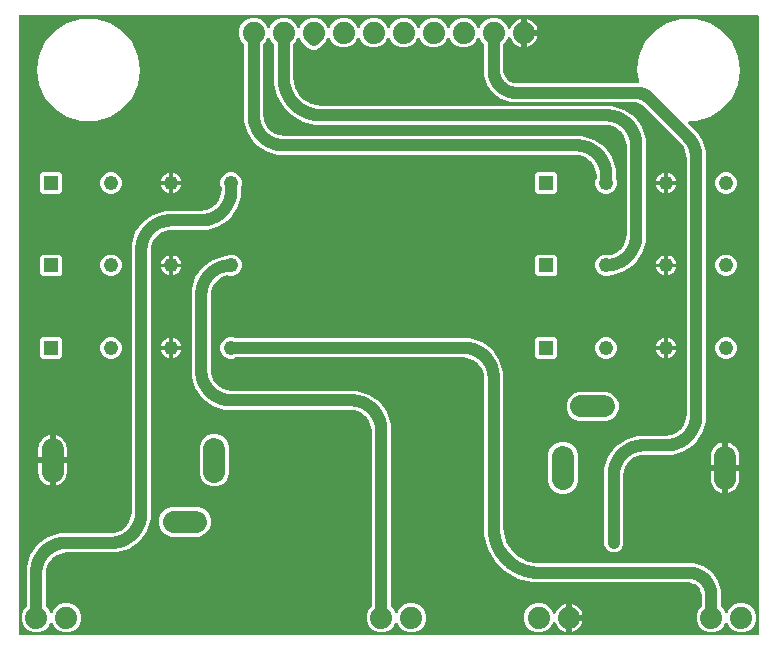
<source format=gbr>
G04 EAGLE Gerber RS-274X export*
G75*
%MOMM*%
%FSLAX34Y34*%
%LPD*%
%INBottom Copper*%
%IPPOS*%
%AMOC8*
5,1,8,0,0,1.08239X$1,22.5*%
G01*
%ADD10C,1.879600*%
%ADD11C,1.900000*%
%ADD12R,1.209600X1.209600*%
%ADD13C,1.209600*%
%ADD14C,1.016000*%
%ADD15C,1.016000*%

G36*
X629784Y4080D02*
X629784Y4080D01*
X629903Y4087D01*
X629941Y4100D01*
X629982Y4105D01*
X630092Y4148D01*
X630205Y4185D01*
X630240Y4207D01*
X630277Y4222D01*
X630373Y4291D01*
X630474Y4355D01*
X630502Y4385D01*
X630535Y4408D01*
X630611Y4500D01*
X630692Y4587D01*
X630712Y4622D01*
X630737Y4653D01*
X630788Y4761D01*
X630846Y4865D01*
X630856Y4905D01*
X630873Y4941D01*
X630895Y5058D01*
X630925Y5173D01*
X630929Y5233D01*
X630933Y5253D01*
X630931Y5274D01*
X630935Y5334D01*
X630935Y528066D01*
X630920Y528184D01*
X630913Y528303D01*
X630900Y528341D01*
X630895Y528382D01*
X630852Y528492D01*
X630815Y528605D01*
X630793Y528640D01*
X630778Y528677D01*
X630709Y528773D01*
X630645Y528874D01*
X630615Y528902D01*
X630592Y528935D01*
X630500Y529011D01*
X630413Y529092D01*
X630378Y529112D01*
X630347Y529137D01*
X630239Y529188D01*
X630135Y529246D01*
X630095Y529256D01*
X630059Y529273D01*
X629942Y529295D01*
X629827Y529325D01*
X629767Y529329D01*
X629747Y529333D01*
X629726Y529331D01*
X629666Y529335D01*
X5334Y529335D01*
X5216Y529320D01*
X5097Y529313D01*
X5059Y529300D01*
X5018Y529295D01*
X4908Y529252D01*
X4795Y529215D01*
X4760Y529193D01*
X4723Y529178D01*
X4627Y529109D01*
X4526Y529045D01*
X4498Y529015D01*
X4465Y528992D01*
X4389Y528900D01*
X4308Y528813D01*
X4288Y528778D01*
X4263Y528747D01*
X4212Y528639D01*
X4154Y528535D01*
X4144Y528495D01*
X4127Y528459D01*
X4105Y528342D01*
X4075Y528227D01*
X4071Y528167D01*
X4067Y528147D01*
X4069Y528126D01*
X4065Y528066D01*
X4065Y5334D01*
X4080Y5216D01*
X4087Y5097D01*
X4100Y5059D01*
X4105Y5018D01*
X4148Y4908D01*
X4185Y4795D01*
X4207Y4760D01*
X4222Y4723D01*
X4291Y4627D01*
X4355Y4526D01*
X4385Y4498D01*
X4408Y4465D01*
X4500Y4389D01*
X4587Y4308D01*
X4622Y4288D01*
X4653Y4263D01*
X4761Y4212D01*
X4865Y4154D01*
X4905Y4144D01*
X4941Y4127D01*
X5058Y4105D01*
X5173Y4075D01*
X5233Y4071D01*
X5253Y4067D01*
X5274Y4069D01*
X5334Y4065D01*
X629666Y4065D01*
X629784Y4080D01*
G37*
%LPC*%
G36*
X506383Y74421D02*
X506383Y74421D01*
X503395Y75659D01*
X501109Y77945D01*
X499871Y80933D01*
X499871Y145010D01*
X503153Y155111D01*
X509396Y163704D01*
X517989Y169947D01*
X528090Y173229D01*
X552450Y173229D01*
X552472Y173231D01*
X552550Y173233D01*
X555053Y173430D01*
X555121Y173444D01*
X555190Y173448D01*
X555345Y173488D01*
X560107Y175035D01*
X560214Y175085D01*
X560325Y175129D01*
X560376Y175162D01*
X560395Y175170D01*
X560410Y175183D01*
X560461Y175215D01*
X564511Y178158D01*
X564598Y178239D01*
X564689Y178315D01*
X564728Y178362D01*
X564743Y178376D01*
X564754Y178393D01*
X564792Y178439D01*
X567735Y182489D01*
X567792Y182593D01*
X567856Y182693D01*
X567878Y182750D01*
X567888Y182768D01*
X567893Y182788D01*
X567915Y182843D01*
X569462Y187604D01*
X569475Y187672D01*
X569498Y187738D01*
X569520Y187897D01*
X569717Y190400D01*
X569716Y190422D01*
X569721Y190500D01*
X569721Y408579D01*
X569719Y408600D01*
X569719Y408662D01*
X569582Y410751D01*
X569573Y410794D01*
X569573Y410838D01*
X569541Y410996D01*
X568460Y415031D01*
X568428Y415111D01*
X568405Y415193D01*
X568344Y415316D01*
X568340Y415326D01*
X568337Y415329D01*
X568333Y415337D01*
X566244Y418955D01*
X566218Y418990D01*
X566198Y419030D01*
X566100Y419157D01*
X564719Y420731D01*
X564704Y420745D01*
X564663Y420792D01*
X532142Y453312D01*
X532127Y453324D01*
X532050Y453396D01*
X531151Y454133D01*
X531061Y454190D01*
X530976Y454254D01*
X530900Y454291D01*
X530882Y454303D01*
X530867Y454308D01*
X530832Y454325D01*
X528693Y455211D01*
X528591Y455239D01*
X528491Y455275D01*
X528407Y455289D01*
X528386Y455295D01*
X528370Y455295D01*
X528332Y455301D01*
X527174Y455415D01*
X527155Y455415D01*
X527050Y455421D01*
X421145Y455421D01*
X412957Y458082D01*
X405992Y463142D01*
X400932Y470107D01*
X398271Y478295D01*
X398271Y504351D01*
X398259Y504449D01*
X398256Y504548D01*
X398239Y504606D01*
X398231Y504666D01*
X398195Y504758D01*
X398167Y504853D01*
X398137Y504906D01*
X398114Y504962D01*
X398056Y505042D01*
X398006Y505127D01*
X397940Y505203D01*
X397928Y505219D01*
X397918Y505227D01*
X397900Y505248D01*
X395848Y507300D01*
X394873Y509655D01*
X394804Y509775D01*
X394739Y509898D01*
X394725Y509913D01*
X394715Y509931D01*
X394618Y510031D01*
X394525Y510134D01*
X394508Y510145D01*
X394494Y510159D01*
X394375Y510232D01*
X394259Y510308D01*
X394240Y510315D01*
X394223Y510326D01*
X394090Y510367D01*
X393958Y510412D01*
X393938Y510413D01*
X393919Y510419D01*
X393780Y510426D01*
X393641Y510437D01*
X393621Y510433D01*
X393601Y510434D01*
X393465Y510406D01*
X393328Y510382D01*
X393309Y510374D01*
X393290Y510370D01*
X393164Y510309D01*
X393038Y510252D01*
X393022Y510239D01*
X393004Y510230D01*
X392898Y510140D01*
X392790Y510053D01*
X392777Y510037D01*
X392762Y510024D01*
X392682Y509910D01*
X392598Y509799D01*
X392586Y509774D01*
X392579Y509764D01*
X392572Y509745D01*
X392527Y509655D01*
X391552Y507299D01*
X388050Y503798D01*
X383476Y501903D01*
X378524Y501903D01*
X373950Y503798D01*
X370448Y507300D01*
X369473Y509655D01*
X369404Y509775D01*
X369339Y509898D01*
X369325Y509913D01*
X369315Y509931D01*
X369218Y510031D01*
X369125Y510134D01*
X369108Y510145D01*
X369094Y510159D01*
X368975Y510232D01*
X368859Y510308D01*
X368840Y510315D01*
X368823Y510326D01*
X368690Y510367D01*
X368558Y510412D01*
X368538Y510413D01*
X368519Y510419D01*
X368380Y510426D01*
X368241Y510437D01*
X368221Y510433D01*
X368201Y510434D01*
X368065Y510406D01*
X367928Y510382D01*
X367909Y510374D01*
X367890Y510370D01*
X367764Y510309D01*
X367638Y510252D01*
X367622Y510239D01*
X367604Y510230D01*
X367498Y510140D01*
X367390Y510053D01*
X367377Y510037D01*
X367362Y510024D01*
X367282Y509910D01*
X367198Y509799D01*
X367186Y509774D01*
X367179Y509764D01*
X367172Y509745D01*
X367127Y509655D01*
X366152Y507299D01*
X362650Y503798D01*
X358076Y501903D01*
X353124Y501903D01*
X348550Y503798D01*
X345048Y507300D01*
X344073Y509655D01*
X344004Y509775D01*
X343939Y509898D01*
X343925Y509913D01*
X343915Y509931D01*
X343818Y510031D01*
X343725Y510134D01*
X343708Y510145D01*
X343694Y510159D01*
X343575Y510232D01*
X343459Y510308D01*
X343440Y510315D01*
X343423Y510326D01*
X343290Y510367D01*
X343158Y510412D01*
X343138Y510413D01*
X343119Y510419D01*
X342980Y510426D01*
X342841Y510437D01*
X342821Y510433D01*
X342801Y510434D01*
X342665Y510406D01*
X342528Y510382D01*
X342509Y510374D01*
X342490Y510370D01*
X342364Y510309D01*
X342238Y510252D01*
X342222Y510239D01*
X342204Y510230D01*
X342098Y510140D01*
X341990Y510053D01*
X341977Y510037D01*
X341962Y510024D01*
X341882Y509910D01*
X341798Y509799D01*
X341786Y509774D01*
X341779Y509764D01*
X341772Y509745D01*
X341727Y509655D01*
X340752Y507299D01*
X337250Y503798D01*
X332676Y501903D01*
X327724Y501903D01*
X323150Y503798D01*
X319648Y507300D01*
X318673Y509655D01*
X318604Y509775D01*
X318539Y509898D01*
X318525Y509913D01*
X318515Y509931D01*
X318418Y510031D01*
X318325Y510134D01*
X318308Y510145D01*
X318294Y510159D01*
X318175Y510232D01*
X318059Y510308D01*
X318040Y510315D01*
X318023Y510326D01*
X317890Y510367D01*
X317758Y510412D01*
X317738Y510413D01*
X317719Y510419D01*
X317580Y510426D01*
X317441Y510437D01*
X317421Y510433D01*
X317401Y510434D01*
X317265Y510406D01*
X317128Y510382D01*
X317109Y510374D01*
X317090Y510370D01*
X316964Y510309D01*
X316838Y510252D01*
X316822Y510239D01*
X316804Y510230D01*
X316698Y510140D01*
X316590Y510053D01*
X316577Y510037D01*
X316562Y510024D01*
X316482Y509910D01*
X316398Y509799D01*
X316386Y509774D01*
X316379Y509764D01*
X316372Y509745D01*
X316327Y509655D01*
X315352Y507299D01*
X311850Y503798D01*
X307276Y501903D01*
X302324Y501903D01*
X297750Y503798D01*
X294248Y507300D01*
X293273Y509655D01*
X293204Y509775D01*
X293139Y509898D01*
X293125Y509913D01*
X293115Y509931D01*
X293018Y510031D01*
X292925Y510134D01*
X292908Y510145D01*
X292894Y510159D01*
X292775Y510232D01*
X292659Y510308D01*
X292640Y510315D01*
X292623Y510326D01*
X292490Y510367D01*
X292358Y510412D01*
X292338Y510413D01*
X292319Y510419D01*
X292180Y510426D01*
X292041Y510437D01*
X292021Y510433D01*
X292001Y510434D01*
X291865Y510406D01*
X291728Y510382D01*
X291709Y510374D01*
X291690Y510370D01*
X291564Y510309D01*
X291438Y510252D01*
X291422Y510239D01*
X291404Y510230D01*
X291298Y510140D01*
X291190Y510053D01*
X291177Y510037D01*
X291162Y510024D01*
X291082Y509910D01*
X290998Y509799D01*
X290986Y509774D01*
X290979Y509764D01*
X290972Y509745D01*
X290927Y509655D01*
X289952Y507299D01*
X286450Y503798D01*
X281876Y501903D01*
X276924Y501903D01*
X272350Y503798D01*
X268848Y507300D01*
X267873Y509655D01*
X267804Y509775D01*
X267739Y509898D01*
X267725Y509913D01*
X267715Y509931D01*
X267618Y510031D01*
X267525Y510134D01*
X267508Y510145D01*
X267494Y510159D01*
X267375Y510232D01*
X267259Y510308D01*
X267240Y510315D01*
X267223Y510326D01*
X267090Y510367D01*
X266958Y510412D01*
X266938Y510413D01*
X266919Y510419D01*
X266780Y510426D01*
X266641Y510437D01*
X266621Y510433D01*
X266601Y510434D01*
X266465Y510406D01*
X266328Y510382D01*
X266309Y510374D01*
X266290Y510370D01*
X266164Y510309D01*
X266038Y510252D01*
X266022Y510239D01*
X266004Y510230D01*
X265898Y510140D01*
X265790Y510053D01*
X265777Y510037D01*
X265762Y510024D01*
X265682Y509910D01*
X265598Y509799D01*
X265586Y509774D01*
X265579Y509764D01*
X265572Y509745D01*
X265527Y509655D01*
X264552Y507299D01*
X261242Y503990D01*
X261236Y503982D01*
X261229Y503976D01*
X261139Y503856D01*
X261047Y503738D01*
X261043Y503730D01*
X261038Y503722D01*
X260967Y503578D01*
X260891Y503395D01*
X258605Y501109D01*
X255617Y499871D01*
X252383Y499871D01*
X249395Y501109D01*
X247109Y503395D01*
X247033Y503578D01*
X247029Y503586D01*
X247026Y503595D01*
X246951Y503722D01*
X246876Y503854D01*
X246869Y503861D01*
X246865Y503869D01*
X246758Y503990D01*
X243448Y507300D01*
X242473Y509655D01*
X242404Y509775D01*
X242339Y509898D01*
X242325Y509913D01*
X242315Y509931D01*
X242218Y510031D01*
X242125Y510134D01*
X242108Y510145D01*
X242094Y510159D01*
X241975Y510232D01*
X241859Y510308D01*
X241840Y510315D01*
X241823Y510326D01*
X241690Y510367D01*
X241558Y510412D01*
X241538Y510413D01*
X241519Y510419D01*
X241380Y510426D01*
X241241Y510437D01*
X241221Y510433D01*
X241201Y510434D01*
X241065Y510406D01*
X240928Y510382D01*
X240909Y510374D01*
X240890Y510370D01*
X240764Y510309D01*
X240638Y510252D01*
X240622Y510239D01*
X240604Y510230D01*
X240498Y510140D01*
X240390Y510053D01*
X240377Y510037D01*
X240362Y510024D01*
X240282Y509910D01*
X240198Y509799D01*
X240186Y509774D01*
X240179Y509764D01*
X240172Y509745D01*
X240127Y509655D01*
X239152Y507299D01*
X237100Y505248D01*
X237040Y505170D01*
X236972Y505098D01*
X236943Y505045D01*
X236906Y504997D01*
X236866Y504906D01*
X236818Y504819D01*
X236803Y504761D01*
X236779Y504705D01*
X236764Y504607D01*
X236739Y504511D01*
X236733Y504411D01*
X236729Y504391D01*
X236731Y504379D01*
X236729Y504351D01*
X236729Y476250D01*
X236731Y476229D01*
X236731Y476167D01*
X236923Y473249D01*
X236931Y473206D01*
X236931Y473162D01*
X236963Y473004D01*
X238473Y467368D01*
X238506Y467288D01*
X238529Y467206D01*
X238589Y467083D01*
X238594Y467073D01*
X238596Y467070D01*
X238600Y467062D01*
X241518Y462008D01*
X241569Y461940D01*
X241613Y461866D01*
X241704Y461763D01*
X241710Y461755D01*
X241713Y461752D01*
X241719Y461745D01*
X245845Y457619D01*
X245913Y457567D01*
X245974Y457507D01*
X246088Y457431D01*
X246097Y457425D01*
X246101Y457423D01*
X246108Y457418D01*
X251162Y454500D01*
X251240Y454467D01*
X251315Y454425D01*
X251445Y454381D01*
X251455Y454377D01*
X251459Y454376D01*
X251468Y454373D01*
X257104Y452863D01*
X257148Y452857D01*
X257190Y452843D01*
X257349Y452823D01*
X260267Y452631D01*
X260288Y452633D01*
X260350Y452629D01*
X506960Y452629D01*
X517061Y449347D01*
X525654Y443104D01*
X531897Y434511D01*
X535179Y424410D01*
X535179Y337590D01*
X531897Y327489D01*
X525654Y318896D01*
X517061Y312653D01*
X506960Y309371D01*
X506049Y309371D01*
X506040Y309370D01*
X506030Y309371D01*
X505882Y309350D01*
X505733Y309331D01*
X505725Y309328D01*
X505716Y309327D01*
X505563Y309275D01*
X503459Y308403D01*
X499841Y308403D01*
X496497Y309788D01*
X493938Y312347D01*
X492553Y315691D01*
X492553Y319309D01*
X493938Y322653D01*
X496497Y325212D01*
X499841Y326597D01*
X503459Y326597D01*
X504463Y326181D01*
X504511Y326168D01*
X504556Y326147D01*
X504664Y326126D01*
X504770Y326097D01*
X504819Y326096D01*
X504868Y326087D01*
X504978Y326094D01*
X505088Y326092D01*
X505136Y326103D01*
X505185Y326106D01*
X505341Y326146D01*
X509307Y327435D01*
X509414Y327485D01*
X509525Y327529D01*
X509576Y327562D01*
X509595Y327570D01*
X509610Y327583D01*
X509661Y327615D01*
X513711Y330558D01*
X513798Y330639D01*
X513889Y330715D01*
X513928Y330762D01*
X513943Y330776D01*
X513954Y330793D01*
X513992Y330839D01*
X516935Y334889D01*
X516992Y334993D01*
X517056Y335093D01*
X517078Y335150D01*
X517088Y335168D01*
X517093Y335188D01*
X517115Y335243D01*
X518662Y340005D01*
X518675Y340072D01*
X518698Y340138D01*
X518720Y340297D01*
X518917Y342800D01*
X518916Y342822D01*
X518921Y342900D01*
X518921Y419100D01*
X518919Y419122D01*
X518917Y419200D01*
X518720Y421703D01*
X518706Y421771D01*
X518702Y421840D01*
X518662Y421995D01*
X517115Y426757D01*
X517065Y426864D01*
X517021Y426975D01*
X516988Y427026D01*
X516980Y427045D01*
X516967Y427060D01*
X516935Y427111D01*
X513992Y431161D01*
X513911Y431248D01*
X513835Y431339D01*
X513788Y431378D01*
X513774Y431393D01*
X513757Y431404D01*
X513711Y431442D01*
X509661Y434385D01*
X509557Y434442D01*
X509457Y434506D01*
X509400Y434528D01*
X509382Y434538D01*
X509362Y434543D01*
X509307Y434565D01*
X504545Y436112D01*
X504478Y436125D01*
X504412Y436148D01*
X504253Y436170D01*
X501750Y436367D01*
X501728Y436366D01*
X501650Y436371D01*
X255100Y436371D01*
X244957Y439089D01*
X235864Y444339D01*
X228439Y451764D01*
X223189Y460857D01*
X220471Y471000D01*
X220471Y504351D01*
X220459Y504449D01*
X220456Y504548D01*
X220439Y504606D01*
X220431Y504666D01*
X220395Y504758D01*
X220367Y504853D01*
X220337Y504906D01*
X220314Y504962D01*
X220256Y505042D01*
X220206Y505127D01*
X220140Y505203D01*
X220128Y505219D01*
X220118Y505227D01*
X220100Y505248D01*
X218048Y507300D01*
X217073Y509655D01*
X217004Y509775D01*
X216939Y509898D01*
X216925Y509913D01*
X216915Y509931D01*
X216818Y510031D01*
X216725Y510134D01*
X216708Y510145D01*
X216694Y510159D01*
X216575Y510232D01*
X216459Y510308D01*
X216440Y510315D01*
X216423Y510326D01*
X216290Y510367D01*
X216158Y510412D01*
X216138Y510413D01*
X216119Y510419D01*
X215980Y510426D01*
X215841Y510437D01*
X215821Y510433D01*
X215801Y510434D01*
X215665Y510406D01*
X215528Y510382D01*
X215509Y510374D01*
X215490Y510370D01*
X215364Y510309D01*
X215238Y510252D01*
X215222Y510239D01*
X215204Y510230D01*
X215098Y510140D01*
X214990Y510053D01*
X214977Y510037D01*
X214962Y510024D01*
X214882Y509910D01*
X214798Y509799D01*
X214786Y509774D01*
X214779Y509764D01*
X214772Y509745D01*
X214727Y509655D01*
X213752Y507299D01*
X211700Y505248D01*
X211640Y505170D01*
X211572Y505098D01*
X211543Y505045D01*
X211506Y504997D01*
X211466Y504906D01*
X211418Y504819D01*
X211403Y504761D01*
X211379Y504705D01*
X211364Y504607D01*
X211339Y504511D01*
X211333Y504411D01*
X211329Y504391D01*
X211331Y504379D01*
X211329Y504351D01*
X211329Y444500D01*
X211331Y444478D01*
X211333Y444400D01*
X211530Y441897D01*
X211544Y441829D01*
X211548Y441760D01*
X211588Y441605D01*
X213135Y436843D01*
X213185Y436736D01*
X213229Y436625D01*
X213262Y436574D01*
X213270Y436555D01*
X213283Y436540D01*
X213315Y436489D01*
X216258Y432439D01*
X216339Y432352D01*
X216415Y432261D01*
X216462Y432222D01*
X216476Y432207D01*
X216493Y432196D01*
X216539Y432158D01*
X220589Y429215D01*
X220693Y429158D01*
X220793Y429094D01*
X220850Y429072D01*
X220868Y429062D01*
X220888Y429057D01*
X220943Y429035D01*
X225705Y427488D01*
X225772Y427475D01*
X225838Y427452D01*
X225997Y427430D01*
X228500Y427233D01*
X228522Y427234D01*
X228600Y427229D01*
X481560Y427229D01*
X491661Y423947D01*
X500254Y417704D01*
X506497Y409111D01*
X509779Y399010D01*
X509779Y391749D01*
X509780Y391740D01*
X509779Y391730D01*
X509800Y391582D01*
X509819Y391433D01*
X509822Y391425D01*
X509823Y391415D01*
X509875Y391263D01*
X510747Y389159D01*
X510747Y385541D01*
X509362Y382197D01*
X506803Y379638D01*
X503459Y378253D01*
X499841Y378253D01*
X496497Y379638D01*
X493938Y382197D01*
X492553Y385541D01*
X492553Y389159D01*
X493425Y391263D01*
X493427Y391272D01*
X493432Y391280D01*
X493469Y391425D01*
X493509Y391570D01*
X493509Y391579D01*
X493511Y391588D01*
X493521Y391749D01*
X493521Y393700D01*
X493519Y393722D01*
X493517Y393800D01*
X493320Y396303D01*
X493306Y396371D01*
X493302Y396440D01*
X493262Y396595D01*
X491715Y401357D01*
X491665Y401464D01*
X491621Y401575D01*
X491588Y401626D01*
X491580Y401645D01*
X491567Y401660D01*
X491535Y401711D01*
X488592Y405761D01*
X488511Y405848D01*
X488435Y405939D01*
X488388Y405978D01*
X488374Y405993D01*
X488357Y406004D01*
X488311Y406042D01*
X484261Y408985D01*
X484157Y409042D01*
X484057Y409106D01*
X484000Y409128D01*
X483982Y409138D01*
X483962Y409143D01*
X483907Y409165D01*
X479145Y410712D01*
X479078Y410725D01*
X479012Y410748D01*
X478853Y410770D01*
X476350Y410967D01*
X476328Y410966D01*
X476250Y410971D01*
X223290Y410971D01*
X213189Y414253D01*
X204596Y420496D01*
X198353Y429089D01*
X195071Y439190D01*
X195071Y504351D01*
X195059Y504449D01*
X195056Y504548D01*
X195039Y504606D01*
X195031Y504666D01*
X194995Y504758D01*
X194967Y504853D01*
X194937Y504906D01*
X194914Y504962D01*
X194856Y505042D01*
X194806Y505127D01*
X194740Y505203D01*
X194728Y505219D01*
X194718Y505227D01*
X194700Y505248D01*
X192648Y507300D01*
X190753Y511874D01*
X190753Y516826D01*
X192648Y521400D01*
X196150Y524902D01*
X200724Y526797D01*
X205676Y526797D01*
X210250Y524902D01*
X213752Y521401D01*
X214727Y519045D01*
X214796Y518924D01*
X214861Y518802D01*
X214875Y518787D01*
X214885Y518769D01*
X214982Y518669D01*
X215075Y518566D01*
X215092Y518555D01*
X215106Y518541D01*
X215224Y518468D01*
X215341Y518392D01*
X215360Y518385D01*
X215377Y518374D01*
X215510Y518334D01*
X215642Y518288D01*
X215662Y518287D01*
X215681Y518281D01*
X215820Y518274D01*
X215959Y518263D01*
X215979Y518267D01*
X215999Y518266D01*
X216135Y518294D01*
X216272Y518318D01*
X216291Y518326D01*
X216310Y518330D01*
X216435Y518391D01*
X216562Y518448D01*
X216578Y518461D01*
X216596Y518470D01*
X216702Y518560D01*
X216810Y518647D01*
X216823Y518663D01*
X216838Y518676D01*
X216918Y518790D01*
X217002Y518901D01*
X217014Y518926D01*
X217021Y518936D01*
X217028Y518955D01*
X217073Y519045D01*
X218048Y521400D01*
X221550Y524902D01*
X226124Y526797D01*
X231076Y526797D01*
X235650Y524902D01*
X239152Y521401D01*
X240127Y519045D01*
X240196Y518924D01*
X240261Y518802D01*
X240275Y518787D01*
X240285Y518769D01*
X240382Y518669D01*
X240475Y518566D01*
X240492Y518555D01*
X240506Y518541D01*
X240624Y518468D01*
X240741Y518392D01*
X240760Y518385D01*
X240777Y518374D01*
X240910Y518334D01*
X241042Y518288D01*
X241062Y518287D01*
X241081Y518281D01*
X241220Y518274D01*
X241359Y518263D01*
X241379Y518267D01*
X241399Y518266D01*
X241535Y518294D01*
X241672Y518318D01*
X241691Y518326D01*
X241710Y518330D01*
X241835Y518391D01*
X241962Y518448D01*
X241978Y518461D01*
X241996Y518470D01*
X242102Y518560D01*
X242210Y518647D01*
X242223Y518663D01*
X242238Y518676D01*
X242318Y518790D01*
X242402Y518901D01*
X242414Y518926D01*
X242421Y518936D01*
X242428Y518955D01*
X242473Y519045D01*
X243448Y521400D01*
X246950Y524902D01*
X251524Y526797D01*
X256476Y526797D01*
X261050Y524902D01*
X264552Y521401D01*
X265527Y519045D01*
X265596Y518924D01*
X265661Y518802D01*
X265675Y518787D01*
X265685Y518769D01*
X265782Y518669D01*
X265875Y518566D01*
X265892Y518555D01*
X265906Y518541D01*
X266024Y518468D01*
X266141Y518392D01*
X266160Y518385D01*
X266177Y518374D01*
X266310Y518334D01*
X266442Y518288D01*
X266462Y518287D01*
X266481Y518281D01*
X266620Y518274D01*
X266759Y518263D01*
X266779Y518267D01*
X266799Y518266D01*
X266935Y518294D01*
X267072Y518318D01*
X267091Y518326D01*
X267110Y518330D01*
X267235Y518391D01*
X267362Y518448D01*
X267378Y518461D01*
X267396Y518470D01*
X267502Y518560D01*
X267610Y518647D01*
X267623Y518663D01*
X267638Y518676D01*
X267718Y518790D01*
X267802Y518901D01*
X267814Y518926D01*
X267821Y518936D01*
X267828Y518955D01*
X267873Y519045D01*
X268848Y521400D01*
X272350Y524902D01*
X276924Y526797D01*
X281876Y526797D01*
X286450Y524902D01*
X289952Y521401D01*
X290927Y519045D01*
X290996Y518924D01*
X291061Y518802D01*
X291075Y518787D01*
X291085Y518769D01*
X291182Y518669D01*
X291275Y518566D01*
X291292Y518555D01*
X291306Y518541D01*
X291424Y518468D01*
X291541Y518392D01*
X291560Y518385D01*
X291577Y518374D01*
X291710Y518334D01*
X291842Y518288D01*
X291862Y518287D01*
X291881Y518281D01*
X292020Y518274D01*
X292159Y518263D01*
X292179Y518267D01*
X292199Y518266D01*
X292335Y518294D01*
X292472Y518318D01*
X292491Y518326D01*
X292510Y518330D01*
X292635Y518391D01*
X292762Y518448D01*
X292778Y518461D01*
X292796Y518470D01*
X292902Y518560D01*
X293010Y518647D01*
X293023Y518663D01*
X293038Y518676D01*
X293118Y518790D01*
X293202Y518901D01*
X293214Y518926D01*
X293221Y518936D01*
X293228Y518955D01*
X293273Y519045D01*
X294248Y521400D01*
X297750Y524902D01*
X302324Y526797D01*
X307276Y526797D01*
X311850Y524902D01*
X315352Y521401D01*
X316327Y519045D01*
X316396Y518924D01*
X316461Y518802D01*
X316475Y518787D01*
X316485Y518769D01*
X316582Y518669D01*
X316675Y518566D01*
X316692Y518555D01*
X316706Y518541D01*
X316824Y518468D01*
X316941Y518392D01*
X316960Y518385D01*
X316977Y518374D01*
X317110Y518334D01*
X317242Y518288D01*
X317262Y518287D01*
X317281Y518281D01*
X317420Y518274D01*
X317559Y518263D01*
X317579Y518267D01*
X317599Y518266D01*
X317735Y518294D01*
X317872Y518318D01*
X317891Y518326D01*
X317910Y518330D01*
X318035Y518391D01*
X318162Y518448D01*
X318178Y518461D01*
X318196Y518470D01*
X318302Y518560D01*
X318410Y518647D01*
X318423Y518663D01*
X318438Y518676D01*
X318518Y518790D01*
X318602Y518901D01*
X318614Y518926D01*
X318621Y518936D01*
X318628Y518955D01*
X318673Y519045D01*
X319648Y521400D01*
X323150Y524902D01*
X327724Y526797D01*
X332676Y526797D01*
X337250Y524902D01*
X340752Y521401D01*
X341727Y519045D01*
X341796Y518924D01*
X341861Y518802D01*
X341875Y518787D01*
X341885Y518769D01*
X341982Y518669D01*
X342075Y518566D01*
X342092Y518555D01*
X342106Y518541D01*
X342224Y518468D01*
X342341Y518392D01*
X342360Y518385D01*
X342377Y518374D01*
X342510Y518334D01*
X342642Y518288D01*
X342662Y518287D01*
X342681Y518281D01*
X342820Y518274D01*
X342959Y518263D01*
X342979Y518267D01*
X342999Y518266D01*
X343135Y518294D01*
X343272Y518318D01*
X343291Y518326D01*
X343310Y518330D01*
X343435Y518391D01*
X343562Y518448D01*
X343578Y518461D01*
X343596Y518470D01*
X343702Y518560D01*
X343810Y518647D01*
X343823Y518663D01*
X343838Y518676D01*
X343918Y518790D01*
X344002Y518901D01*
X344014Y518926D01*
X344021Y518936D01*
X344028Y518955D01*
X344073Y519045D01*
X345048Y521400D01*
X348550Y524902D01*
X353124Y526797D01*
X358076Y526797D01*
X362650Y524902D01*
X366152Y521401D01*
X367127Y519045D01*
X367196Y518924D01*
X367261Y518802D01*
X367275Y518787D01*
X367285Y518769D01*
X367382Y518669D01*
X367475Y518566D01*
X367492Y518555D01*
X367506Y518541D01*
X367624Y518468D01*
X367741Y518392D01*
X367760Y518385D01*
X367777Y518374D01*
X367910Y518334D01*
X368042Y518288D01*
X368062Y518287D01*
X368081Y518281D01*
X368220Y518274D01*
X368359Y518263D01*
X368379Y518267D01*
X368399Y518266D01*
X368535Y518294D01*
X368672Y518318D01*
X368691Y518326D01*
X368710Y518330D01*
X368835Y518391D01*
X368962Y518448D01*
X368978Y518461D01*
X368996Y518470D01*
X369102Y518560D01*
X369210Y518647D01*
X369223Y518663D01*
X369238Y518676D01*
X369318Y518790D01*
X369402Y518901D01*
X369414Y518926D01*
X369421Y518936D01*
X369428Y518955D01*
X369473Y519045D01*
X370448Y521400D01*
X373950Y524902D01*
X378524Y526797D01*
X383476Y526797D01*
X388050Y524902D01*
X391552Y521401D01*
X392527Y519045D01*
X392596Y518924D01*
X392661Y518802D01*
X392675Y518787D01*
X392685Y518769D01*
X392782Y518669D01*
X392875Y518566D01*
X392892Y518555D01*
X392906Y518541D01*
X393024Y518468D01*
X393141Y518392D01*
X393160Y518385D01*
X393177Y518374D01*
X393310Y518334D01*
X393442Y518288D01*
X393462Y518287D01*
X393481Y518281D01*
X393620Y518274D01*
X393759Y518263D01*
X393779Y518267D01*
X393799Y518266D01*
X393935Y518294D01*
X394072Y518318D01*
X394091Y518326D01*
X394110Y518330D01*
X394235Y518391D01*
X394362Y518448D01*
X394378Y518461D01*
X394396Y518470D01*
X394502Y518560D01*
X394610Y518647D01*
X394623Y518663D01*
X394638Y518676D01*
X394718Y518790D01*
X394802Y518901D01*
X394814Y518926D01*
X394821Y518936D01*
X394828Y518955D01*
X394873Y519045D01*
X395848Y521400D01*
X399350Y524902D01*
X403924Y526797D01*
X408876Y526797D01*
X413450Y524902D01*
X416952Y521400D01*
X418205Y518375D01*
X418220Y518349D01*
X418229Y518320D01*
X418299Y518211D01*
X418363Y518098D01*
X418384Y518077D01*
X418400Y518052D01*
X418494Y517963D01*
X418584Y517870D01*
X418610Y517854D01*
X418631Y517834D01*
X418745Y517771D01*
X418855Y517704D01*
X418884Y517695D01*
X418910Y517681D01*
X419035Y517648D01*
X419159Y517610D01*
X419189Y517609D01*
X419218Y517601D01*
X419348Y517601D01*
X419477Y517595D01*
X419506Y517601D01*
X419536Y517601D01*
X419661Y517633D01*
X419788Y517659D01*
X419815Y517672D01*
X419844Y517680D01*
X419957Y517742D01*
X420074Y517799D01*
X420097Y517818D01*
X420123Y517833D01*
X420217Y517921D01*
X420316Y518005D01*
X420333Y518030D01*
X420355Y518050D01*
X420424Y518159D01*
X420499Y518265D01*
X420510Y518293D01*
X420526Y518319D01*
X420585Y518468D01*
X420736Y518933D01*
X421589Y520607D01*
X422694Y522128D01*
X424022Y523456D01*
X425543Y524561D01*
X427217Y525414D01*
X429004Y525995D01*
X429261Y526035D01*
X429261Y515620D01*
X429276Y515502D01*
X429283Y515383D01*
X429296Y515345D01*
X429301Y515305D01*
X429344Y515194D01*
X429381Y515081D01*
X429403Y515047D01*
X429418Y515009D01*
X429488Y514913D01*
X429551Y514812D01*
X429581Y514784D01*
X429604Y514752D01*
X429696Y514676D01*
X429783Y514594D01*
X429818Y514575D01*
X429849Y514549D01*
X429957Y514498D01*
X430061Y514441D01*
X430101Y514430D01*
X430137Y514413D01*
X430254Y514391D01*
X430369Y514361D01*
X430430Y514357D01*
X430450Y514353D01*
X430470Y514355D01*
X430530Y514351D01*
X431801Y514351D01*
X431801Y514349D01*
X430530Y514349D01*
X430412Y514334D01*
X430293Y514327D01*
X430255Y514314D01*
X430214Y514309D01*
X430104Y514265D01*
X429991Y514229D01*
X429956Y514207D01*
X429919Y514192D01*
X429823Y514122D01*
X429722Y514059D01*
X429694Y514029D01*
X429661Y514005D01*
X429586Y513914D01*
X429504Y513827D01*
X429484Y513792D01*
X429459Y513760D01*
X429408Y513653D01*
X429350Y513548D01*
X429340Y513509D01*
X429323Y513473D01*
X429301Y513356D01*
X429271Y513241D01*
X429267Y513180D01*
X429263Y513160D01*
X429265Y513140D01*
X429261Y513080D01*
X429261Y502665D01*
X429004Y502705D01*
X427217Y503286D01*
X425543Y504139D01*
X424022Y505244D01*
X422694Y506572D01*
X421589Y508093D01*
X420736Y509767D01*
X420585Y510232D01*
X420572Y510259D01*
X420565Y510288D01*
X420505Y510402D01*
X420450Y510520D01*
X420431Y510543D01*
X420417Y510569D01*
X420330Y510665D01*
X420247Y510765D01*
X420223Y510782D01*
X420203Y510804D01*
X420094Y510876D01*
X419990Y510952D01*
X419962Y510963D01*
X419937Y510979D01*
X419814Y511021D01*
X419694Y511069D01*
X419664Y511073D01*
X419636Y511082D01*
X419507Y511093D01*
X419379Y511109D01*
X419349Y511105D01*
X419319Y511108D01*
X419191Y511085D01*
X419063Y511069D01*
X419035Y511058D01*
X419006Y511053D01*
X418888Y511000D01*
X418767Y510952D01*
X418743Y510935D01*
X418716Y510923D01*
X418615Y510842D01*
X418510Y510766D01*
X418491Y510743D01*
X418467Y510724D01*
X418389Y510620D01*
X418307Y510521D01*
X418294Y510494D01*
X418276Y510470D01*
X418205Y510325D01*
X416952Y507300D01*
X414900Y505248D01*
X414840Y505170D01*
X414772Y505098D01*
X414743Y505045D01*
X414706Y504997D01*
X414666Y504906D01*
X414618Y504819D01*
X414603Y504761D01*
X414579Y504705D01*
X414564Y504607D01*
X414539Y504511D01*
X414533Y504411D01*
X414529Y504391D01*
X414531Y504379D01*
X414529Y504351D01*
X414529Y482600D01*
X414531Y482578D01*
X414533Y482500D01*
X414651Y480991D01*
X414666Y480923D01*
X414670Y480854D01*
X414710Y480698D01*
X415643Y477826D01*
X415693Y477719D01*
X415737Y477608D01*
X415770Y477557D01*
X415778Y477538D01*
X415791Y477522D01*
X415823Y477472D01*
X417598Y475029D01*
X417679Y474942D01*
X417755Y474851D01*
X417802Y474812D01*
X417816Y474797D01*
X417833Y474786D01*
X417879Y474748D01*
X420322Y472973D01*
X420426Y472916D01*
X420526Y472852D01*
X420583Y472830D01*
X420601Y472820D01*
X420620Y472815D01*
X420676Y472793D01*
X423548Y471860D01*
X423616Y471847D01*
X423681Y471824D01*
X423841Y471801D01*
X425350Y471683D01*
X425372Y471684D01*
X425450Y471679D01*
X527930Y471679D01*
X527980Y471685D01*
X528030Y471683D01*
X528137Y471705D01*
X528245Y471719D01*
X528292Y471737D01*
X528342Y471747D01*
X528440Y471796D01*
X528541Y471836D01*
X528582Y471865D01*
X528627Y471888D01*
X528710Y471958D01*
X528798Y472022D01*
X528831Y472061D01*
X528869Y472094D01*
X528932Y472183D01*
X529001Y472267D01*
X529023Y472313D01*
X529052Y472354D01*
X529090Y472457D01*
X529137Y472555D01*
X529146Y472605D01*
X529164Y472652D01*
X529176Y472760D01*
X529196Y472867D01*
X529193Y472918D01*
X529199Y472968D01*
X529186Y473129D01*
X527824Y482600D01*
X529594Y494905D01*
X534758Y506213D01*
X542898Y515608D01*
X553356Y522329D01*
X565284Y525831D01*
X577716Y525831D01*
X589644Y522329D01*
X600101Y515608D01*
X608242Y506213D01*
X613406Y494905D01*
X615176Y482600D01*
X613406Y470295D01*
X608242Y458987D01*
X600101Y449592D01*
X589644Y442871D01*
X577716Y439369D01*
X572141Y439369D01*
X572004Y439351D01*
X571865Y439338D01*
X571846Y439332D01*
X571826Y439329D01*
X571697Y439278D01*
X571566Y439231D01*
X571549Y439219D01*
X571530Y439212D01*
X571417Y439130D01*
X571302Y439052D01*
X571289Y439037D01*
X571273Y439025D01*
X571184Y438918D01*
X571092Y438814D01*
X571083Y438796D01*
X571070Y438780D01*
X571011Y438654D01*
X570947Y438531D01*
X570943Y438511D01*
X570934Y438492D01*
X570908Y438356D01*
X570878Y438220D01*
X570878Y438200D01*
X570874Y438180D01*
X570883Y438042D01*
X570887Y437902D01*
X570893Y437883D01*
X570894Y437863D01*
X570937Y437731D01*
X570976Y437597D01*
X570986Y437579D01*
X570992Y437560D01*
X571067Y437442D01*
X571137Y437323D01*
X571156Y437302D01*
X571162Y437291D01*
X571177Y437277D01*
X571244Y437202D01*
X577480Y430966D01*
X579280Y429166D01*
X583694Y421521D01*
X585979Y412993D01*
X585979Y185190D01*
X582697Y175088D01*
X576454Y166496D01*
X567861Y160253D01*
X557760Y156971D01*
X533400Y156971D01*
X533378Y156969D01*
X533300Y156967D01*
X530797Y156770D01*
X530729Y156756D01*
X530660Y156752D01*
X530505Y156712D01*
X525743Y155165D01*
X525636Y155115D01*
X525525Y155071D01*
X525474Y155038D01*
X525455Y155030D01*
X525440Y155017D01*
X525389Y154985D01*
X521339Y152042D01*
X521252Y151961D01*
X521161Y151885D01*
X521122Y151838D01*
X521107Y151824D01*
X521096Y151807D01*
X521058Y151761D01*
X518115Y147711D01*
X518058Y147607D01*
X517994Y147507D01*
X517972Y147450D01*
X517962Y147432D01*
X517957Y147412D01*
X517935Y147357D01*
X516388Y142595D01*
X516375Y142528D01*
X516352Y142462D01*
X516330Y142303D01*
X516133Y139800D01*
X516134Y139778D01*
X516129Y139700D01*
X516129Y80933D01*
X514891Y77945D01*
X512605Y75659D01*
X509617Y74421D01*
X506383Y74421D01*
G37*
%LPD*%
%LPC*%
G36*
X588074Y6603D02*
X588074Y6603D01*
X583500Y8498D01*
X579998Y12000D01*
X578103Y16574D01*
X578103Y21526D01*
X579998Y26100D01*
X582050Y28152D01*
X582110Y28230D01*
X582178Y28302D01*
X582207Y28355D01*
X582244Y28403D01*
X582284Y28494D01*
X582332Y28581D01*
X582347Y28639D01*
X582371Y28695D01*
X582386Y28793D01*
X582411Y28889D01*
X582417Y28989D01*
X582421Y29009D01*
X582419Y29021D01*
X582421Y29049D01*
X582421Y38100D01*
X582419Y38122D01*
X582417Y38200D01*
X582299Y39709D01*
X582285Y39777D01*
X582281Y39841D01*
X582280Y39846D01*
X582240Y40002D01*
X581307Y42874D01*
X581257Y42981D01*
X581213Y43092D01*
X581180Y43143D01*
X581172Y43162D01*
X581159Y43178D01*
X581127Y43228D01*
X579352Y45671D01*
X579271Y45758D01*
X579195Y45849D01*
X579148Y45888D01*
X579134Y45903D01*
X579117Y45914D01*
X579071Y45952D01*
X576628Y47727D01*
X576524Y47784D01*
X576424Y47848D01*
X576367Y47870D01*
X576349Y47880D01*
X576330Y47885D01*
X576274Y47907D01*
X573402Y48840D01*
X573334Y48853D01*
X573269Y48876D01*
X573109Y48899D01*
X571600Y49017D01*
X571578Y49016D01*
X571500Y49021D01*
X438414Y49021D01*
X426656Y52172D01*
X416115Y58258D01*
X407508Y66865D01*
X401422Y77406D01*
X398271Y89164D01*
X398271Y222250D01*
X398269Y222272D01*
X398267Y222350D01*
X398070Y224853D01*
X398056Y224921D01*
X398052Y224990D01*
X398012Y225145D01*
X396465Y229907D01*
X396415Y230014D01*
X396371Y230125D01*
X396338Y230176D01*
X396330Y230195D01*
X396317Y230210D01*
X396285Y230261D01*
X393342Y234311D01*
X393261Y234398D01*
X393185Y234489D01*
X393138Y234528D01*
X393124Y234543D01*
X393107Y234554D01*
X393061Y234592D01*
X389011Y237535D01*
X388907Y237592D01*
X388807Y237656D01*
X388750Y237678D01*
X388732Y237688D01*
X388712Y237693D01*
X388657Y237715D01*
X383896Y239262D01*
X383895Y239262D01*
X383828Y239275D01*
X383762Y239298D01*
X383603Y239320D01*
X381100Y239517D01*
X381078Y239516D01*
X381000Y239521D01*
X188549Y239521D01*
X188540Y239520D01*
X188530Y239521D01*
X188382Y239500D01*
X188233Y239481D01*
X188225Y239478D01*
X188216Y239477D01*
X188063Y239425D01*
X185959Y238553D01*
X182341Y238553D01*
X178997Y239938D01*
X176438Y242497D01*
X175053Y245841D01*
X175053Y249459D01*
X176438Y252803D01*
X178997Y255362D01*
X182341Y256747D01*
X185959Y256747D01*
X188063Y255875D01*
X188072Y255873D01*
X188080Y255868D01*
X188225Y255831D01*
X188370Y255791D01*
X188379Y255791D01*
X188388Y255789D01*
X188549Y255779D01*
X386310Y255779D01*
X396411Y252497D01*
X405004Y246254D01*
X411247Y237661D01*
X414529Y227560D01*
X414529Y95250D01*
X414531Y95229D01*
X414531Y95167D01*
X414777Y91421D01*
X414785Y91377D01*
X414786Y91333D01*
X414818Y91175D01*
X416757Y83938D01*
X416789Y83858D01*
X416812Y83776D01*
X416873Y83653D01*
X416877Y83643D01*
X416880Y83640D01*
X416884Y83632D01*
X420630Y77143D01*
X420682Y77075D01*
X420725Y77001D01*
X420816Y76898D01*
X420822Y76889D01*
X420826Y76887D01*
X420832Y76880D01*
X426130Y71582D01*
X426198Y71529D01*
X426259Y71469D01*
X426372Y71393D01*
X426381Y71387D01*
X426385Y71385D01*
X426393Y71380D01*
X432882Y67634D01*
X432960Y67600D01*
X433035Y67558D01*
X433165Y67515D01*
X433175Y67510D01*
X433179Y67510D01*
X433188Y67507D01*
X440425Y65568D01*
X440469Y65562D01*
X440511Y65548D01*
X440671Y65527D01*
X444417Y65281D01*
X444438Y65283D01*
X444500Y65279D01*
X575805Y65279D01*
X583993Y62618D01*
X590958Y57558D01*
X596018Y50593D01*
X598679Y42405D01*
X598679Y29049D01*
X598691Y28951D01*
X598694Y28852D01*
X598711Y28794D01*
X598719Y28734D01*
X598755Y28642D01*
X598783Y28547D01*
X598813Y28494D01*
X598836Y28438D01*
X598894Y28358D01*
X598944Y28273D01*
X599010Y28197D01*
X599022Y28181D01*
X599032Y28173D01*
X599050Y28152D01*
X601102Y26100D01*
X602077Y23745D01*
X602146Y23625D01*
X602211Y23502D01*
X602225Y23487D01*
X602235Y23469D01*
X602332Y23369D01*
X602425Y23266D01*
X602442Y23255D01*
X602456Y23241D01*
X602575Y23168D01*
X602691Y23092D01*
X602710Y23085D01*
X602727Y23074D01*
X602860Y23033D01*
X602992Y22988D01*
X603012Y22987D01*
X603031Y22981D01*
X603170Y22974D01*
X603309Y22963D01*
X603329Y22967D01*
X603349Y22966D01*
X603485Y22994D01*
X603622Y23018D01*
X603641Y23026D01*
X603660Y23030D01*
X603786Y23091D01*
X603912Y23148D01*
X603928Y23161D01*
X603946Y23170D01*
X604052Y23260D01*
X604160Y23347D01*
X604173Y23363D01*
X604188Y23376D01*
X604268Y23490D01*
X604352Y23601D01*
X604364Y23626D01*
X604371Y23636D01*
X604378Y23655D01*
X604423Y23745D01*
X605398Y26101D01*
X608900Y29602D01*
X613474Y31497D01*
X618426Y31497D01*
X623000Y29602D01*
X626502Y26100D01*
X628397Y21526D01*
X628397Y16574D01*
X626502Y12000D01*
X623000Y8498D01*
X618426Y6603D01*
X613474Y6603D01*
X608900Y8498D01*
X605398Y11999D01*
X604423Y14355D01*
X604354Y14476D01*
X604289Y14598D01*
X604275Y14613D01*
X604265Y14631D01*
X604168Y14731D01*
X604075Y14834D01*
X604058Y14845D01*
X604044Y14859D01*
X603926Y14932D01*
X603809Y15008D01*
X603790Y15015D01*
X603773Y15026D01*
X603640Y15066D01*
X603508Y15112D01*
X603488Y15113D01*
X603469Y15119D01*
X603330Y15126D01*
X603191Y15137D01*
X603171Y15133D01*
X603151Y15134D01*
X603015Y15106D01*
X602878Y15082D01*
X602859Y15074D01*
X602840Y15070D01*
X602715Y15009D01*
X602588Y14952D01*
X602572Y14939D01*
X602554Y14930D01*
X602448Y14840D01*
X602340Y14753D01*
X602327Y14737D01*
X602312Y14724D01*
X602232Y14610D01*
X602148Y14499D01*
X602136Y14474D01*
X602129Y14464D01*
X602122Y14445D01*
X602077Y14355D01*
X601102Y12000D01*
X597600Y8498D01*
X593026Y6603D01*
X588074Y6603D01*
G37*
%LPD*%
%LPC*%
G36*
X16574Y6603D02*
X16574Y6603D01*
X12000Y8498D01*
X8498Y12000D01*
X6603Y16574D01*
X6603Y21526D01*
X8498Y26100D01*
X10550Y28152D01*
X10610Y28230D01*
X10678Y28302D01*
X10707Y28355D01*
X10744Y28403D01*
X10784Y28494D01*
X10832Y28581D01*
X10847Y28639D01*
X10871Y28695D01*
X10886Y28793D01*
X10911Y28889D01*
X10917Y28989D01*
X10921Y29009D01*
X10919Y29021D01*
X10921Y29049D01*
X10921Y62460D01*
X14203Y72561D01*
X20446Y81154D01*
X29039Y87397D01*
X39140Y90679D01*
X82550Y90679D01*
X82572Y90681D01*
X82650Y90683D01*
X85153Y90880D01*
X85221Y90894D01*
X85290Y90898D01*
X85445Y90938D01*
X90207Y92485D01*
X90314Y92535D01*
X90425Y92579D01*
X90476Y92612D01*
X90495Y92620D01*
X90510Y92633D01*
X90561Y92665D01*
X94611Y95608D01*
X94698Y95689D01*
X94789Y95765D01*
X94828Y95812D01*
X94843Y95826D01*
X94854Y95843D01*
X94892Y95889D01*
X97835Y99939D01*
X97892Y100043D01*
X97956Y100143D01*
X97978Y100200D01*
X97988Y100218D01*
X97993Y100238D01*
X98015Y100293D01*
X99562Y105055D01*
X99575Y105122D01*
X99598Y105188D01*
X99620Y105347D01*
X99817Y107850D01*
X99816Y107872D01*
X99821Y107950D01*
X99821Y335510D01*
X103103Y345611D01*
X109346Y354204D01*
X117939Y360447D01*
X128040Y363729D01*
X158750Y363729D01*
X158772Y363731D01*
X158850Y363733D01*
X161353Y363930D01*
X161421Y363944D01*
X161490Y363948D01*
X161645Y363988D01*
X166407Y365535D01*
X166514Y365585D01*
X166625Y365629D01*
X166676Y365662D01*
X166695Y365670D01*
X166710Y365683D01*
X166761Y365715D01*
X170811Y368658D01*
X170898Y368739D01*
X170989Y368815D01*
X171028Y368862D01*
X171043Y368876D01*
X171054Y368893D01*
X171092Y368939D01*
X174035Y372989D01*
X174092Y373093D01*
X174156Y373193D01*
X174178Y373250D01*
X174188Y373268D01*
X174193Y373288D01*
X174215Y373343D01*
X175762Y378104D01*
X175775Y378172D01*
X175798Y378238D01*
X175820Y378397D01*
X176017Y380900D01*
X176016Y380922D01*
X176018Y380947D01*
X176019Y380951D01*
X176018Y380956D01*
X176021Y381000D01*
X176021Y382951D01*
X176020Y382960D01*
X176021Y382970D01*
X176000Y383118D01*
X175981Y383267D01*
X175978Y383275D01*
X175977Y383285D01*
X175925Y383437D01*
X175053Y385541D01*
X175053Y389159D01*
X176438Y392503D01*
X178997Y395062D01*
X182341Y396447D01*
X185959Y396447D01*
X189303Y395062D01*
X191862Y392503D01*
X193247Y389159D01*
X193247Y385541D01*
X192375Y383437D01*
X192373Y383428D01*
X192368Y383420D01*
X192331Y383275D01*
X192291Y383130D01*
X192291Y383121D01*
X192289Y383112D01*
X192279Y382951D01*
X192279Y375690D01*
X188997Y365588D01*
X182754Y356996D01*
X174161Y350753D01*
X164060Y347471D01*
X133350Y347471D01*
X133328Y347469D01*
X133250Y347467D01*
X130747Y347270D01*
X130679Y347256D01*
X130610Y347252D01*
X130455Y347212D01*
X125693Y345665D01*
X125586Y345615D01*
X125475Y345571D01*
X125424Y345538D01*
X125405Y345530D01*
X125390Y345517D01*
X125339Y345485D01*
X121289Y342542D01*
X121202Y342461D01*
X121111Y342385D01*
X121072Y342338D01*
X121057Y342324D01*
X121046Y342307D01*
X121008Y342261D01*
X118065Y338211D01*
X118008Y338107D01*
X117944Y338007D01*
X117922Y337950D01*
X117912Y337932D01*
X117907Y337912D01*
X117885Y337857D01*
X116338Y333095D01*
X116325Y333028D01*
X116302Y332962D01*
X116280Y332803D01*
X116083Y330300D01*
X116084Y330278D01*
X116079Y330200D01*
X116079Y102640D01*
X112797Y92539D01*
X106554Y83946D01*
X97961Y77703D01*
X87860Y74421D01*
X44450Y74421D01*
X44428Y74419D01*
X44350Y74417D01*
X41847Y74220D01*
X41779Y74206D01*
X41710Y74202D01*
X41555Y74162D01*
X36793Y72615D01*
X36686Y72565D01*
X36575Y72521D01*
X36524Y72488D01*
X36505Y72480D01*
X36490Y72467D01*
X36439Y72435D01*
X32389Y69492D01*
X32302Y69411D01*
X32211Y69335D01*
X32172Y69288D01*
X32157Y69274D01*
X32146Y69257D01*
X32108Y69211D01*
X29165Y65161D01*
X29108Y65057D01*
X29044Y64957D01*
X29022Y64900D01*
X29012Y64882D01*
X29007Y64862D01*
X28985Y64807D01*
X27438Y60045D01*
X27425Y59978D01*
X27402Y59912D01*
X27380Y59753D01*
X27183Y57250D01*
X27184Y57228D01*
X27179Y57150D01*
X27179Y29049D01*
X27191Y28951D01*
X27194Y28852D01*
X27211Y28794D01*
X27219Y28734D01*
X27255Y28642D01*
X27283Y28547D01*
X27313Y28494D01*
X27336Y28438D01*
X27394Y28358D01*
X27444Y28273D01*
X27510Y28197D01*
X27522Y28181D01*
X27532Y28173D01*
X27550Y28152D01*
X29602Y26101D01*
X30577Y23745D01*
X30646Y23624D01*
X30711Y23502D01*
X30725Y23487D01*
X30735Y23469D01*
X30832Y23369D01*
X30925Y23266D01*
X30942Y23255D01*
X30956Y23241D01*
X31074Y23168D01*
X31191Y23092D01*
X31210Y23085D01*
X31227Y23074D01*
X31360Y23034D01*
X31492Y22988D01*
X31512Y22987D01*
X31531Y22981D01*
X31670Y22974D01*
X31809Y22963D01*
X31829Y22967D01*
X31849Y22966D01*
X31985Y22994D01*
X32122Y23018D01*
X32141Y23026D01*
X32160Y23030D01*
X32285Y23091D01*
X32412Y23148D01*
X32428Y23161D01*
X32446Y23170D01*
X32552Y23260D01*
X32660Y23347D01*
X32673Y23363D01*
X32688Y23376D01*
X32768Y23490D01*
X32852Y23601D01*
X32864Y23626D01*
X32871Y23636D01*
X32878Y23655D01*
X32923Y23745D01*
X33898Y26100D01*
X37400Y29602D01*
X41974Y31497D01*
X46926Y31497D01*
X51500Y29602D01*
X55002Y26100D01*
X56897Y21526D01*
X56897Y16574D01*
X55002Y12000D01*
X51500Y8498D01*
X46926Y6603D01*
X41974Y6603D01*
X37400Y8498D01*
X33898Y12000D01*
X32923Y14355D01*
X32854Y14475D01*
X32789Y14598D01*
X32775Y14613D01*
X32765Y14631D01*
X32668Y14731D01*
X32575Y14834D01*
X32558Y14845D01*
X32544Y14859D01*
X32425Y14932D01*
X32309Y15008D01*
X32290Y15015D01*
X32273Y15026D01*
X32140Y15067D01*
X32008Y15112D01*
X31988Y15113D01*
X31969Y15119D01*
X31830Y15126D01*
X31691Y15137D01*
X31671Y15133D01*
X31651Y15134D01*
X31515Y15106D01*
X31378Y15082D01*
X31359Y15074D01*
X31340Y15070D01*
X31214Y15009D01*
X31088Y14952D01*
X31072Y14939D01*
X31054Y14930D01*
X30948Y14840D01*
X30840Y14753D01*
X30827Y14737D01*
X30812Y14724D01*
X30732Y14610D01*
X30648Y14499D01*
X30636Y14474D01*
X30629Y14464D01*
X30622Y14445D01*
X30577Y14355D01*
X29602Y11999D01*
X26100Y8498D01*
X21526Y6603D01*
X16574Y6603D01*
G37*
%LPD*%
%LPC*%
G36*
X308674Y6603D02*
X308674Y6603D01*
X304100Y8498D01*
X300598Y12000D01*
X298703Y16574D01*
X298703Y21526D01*
X300598Y26100D01*
X302650Y28152D01*
X302710Y28230D01*
X302778Y28302D01*
X302807Y28355D01*
X302844Y28403D01*
X302884Y28494D01*
X302932Y28581D01*
X302947Y28639D01*
X302971Y28695D01*
X302986Y28793D01*
X303011Y28889D01*
X303017Y28989D01*
X303021Y29009D01*
X303019Y29021D01*
X303021Y29049D01*
X303021Y177800D01*
X303019Y177822D01*
X303017Y177900D01*
X302820Y180403D01*
X302806Y180471D01*
X302802Y180540D01*
X302762Y180695D01*
X301215Y185457D01*
X301165Y185564D01*
X301121Y185675D01*
X301088Y185726D01*
X301080Y185745D01*
X301067Y185760D01*
X301035Y185811D01*
X298092Y189861D01*
X298011Y189948D01*
X297935Y190039D01*
X297888Y190078D01*
X297874Y190093D01*
X297857Y190104D01*
X297811Y190142D01*
X293761Y193085D01*
X293657Y193142D01*
X293557Y193206D01*
X293500Y193228D01*
X293482Y193238D01*
X293462Y193243D01*
X293407Y193265D01*
X288646Y194812D01*
X288578Y194825D01*
X288512Y194848D01*
X288353Y194870D01*
X285850Y195067D01*
X285828Y195066D01*
X285750Y195071D01*
X178840Y195071D01*
X168739Y198353D01*
X160146Y204596D01*
X153903Y213189D01*
X150621Y223290D01*
X150621Y297410D01*
X153903Y307511D01*
X160146Y316104D01*
X168739Y322347D01*
X178840Y325629D01*
X179751Y325629D01*
X179760Y325630D01*
X179770Y325629D01*
X179918Y325650D01*
X180067Y325669D01*
X180075Y325672D01*
X180085Y325673D01*
X180237Y325725D01*
X182341Y326597D01*
X185959Y326597D01*
X189303Y325212D01*
X191862Y322653D01*
X193247Y319309D01*
X193247Y315691D01*
X191862Y312347D01*
X189303Y309788D01*
X185959Y308403D01*
X182341Y308403D01*
X181337Y308819D01*
X181289Y308832D01*
X181244Y308853D01*
X181136Y308874D01*
X181030Y308903D01*
X180981Y308904D01*
X180932Y308913D01*
X180822Y308906D01*
X180712Y308908D01*
X180664Y308897D01*
X180615Y308894D01*
X180459Y308854D01*
X176493Y307565D01*
X176386Y307515D01*
X176275Y307471D01*
X176224Y307438D01*
X176205Y307430D01*
X176190Y307417D01*
X176139Y307385D01*
X172089Y304442D01*
X172002Y304361D01*
X171911Y304285D01*
X171872Y304238D01*
X171857Y304224D01*
X171846Y304207D01*
X171808Y304161D01*
X168865Y300111D01*
X168808Y300007D01*
X168744Y299907D01*
X168722Y299850D01*
X168712Y299832D01*
X168707Y299812D01*
X168685Y299757D01*
X167138Y294995D01*
X167125Y294928D01*
X167102Y294862D01*
X167080Y294703D01*
X166883Y292200D01*
X166884Y292178D01*
X166879Y292100D01*
X166879Y228600D01*
X166881Y228578D01*
X166883Y228500D01*
X167080Y225997D01*
X167094Y225929D01*
X167098Y225860D01*
X167138Y225705D01*
X168685Y220943D01*
X168735Y220836D01*
X168779Y220725D01*
X168812Y220674D01*
X168820Y220655D01*
X168833Y220640D01*
X168865Y220589D01*
X171808Y216539D01*
X171831Y216514D01*
X171846Y216491D01*
X171898Y216442D01*
X171965Y216361D01*
X172012Y216322D01*
X172026Y216307D01*
X172043Y216296D01*
X172089Y216258D01*
X176139Y213315D01*
X176243Y213258D01*
X176343Y213194D01*
X176400Y213172D01*
X176418Y213162D01*
X176438Y213157D01*
X176493Y213135D01*
X181254Y211588D01*
X181255Y211588D01*
X181322Y211575D01*
X181388Y211552D01*
X181547Y211530D01*
X184050Y211333D01*
X184072Y211334D01*
X184150Y211329D01*
X291060Y211329D01*
X301162Y208047D01*
X309754Y201804D01*
X315997Y193211D01*
X319279Y183110D01*
X319279Y29049D01*
X319291Y28951D01*
X319294Y28852D01*
X319311Y28794D01*
X319319Y28734D01*
X319355Y28642D01*
X319383Y28547D01*
X319413Y28494D01*
X319436Y28438D01*
X319494Y28358D01*
X319544Y28273D01*
X319610Y28197D01*
X319622Y28181D01*
X319632Y28173D01*
X319650Y28152D01*
X321702Y26100D01*
X322677Y23745D01*
X322746Y23625D01*
X322811Y23502D01*
X322825Y23487D01*
X322835Y23469D01*
X322932Y23369D01*
X323025Y23266D01*
X323042Y23255D01*
X323056Y23241D01*
X323175Y23168D01*
X323291Y23092D01*
X323310Y23085D01*
X323327Y23074D01*
X323460Y23033D01*
X323592Y22988D01*
X323612Y22987D01*
X323631Y22981D01*
X323770Y22974D01*
X323909Y22963D01*
X323929Y22967D01*
X323949Y22966D01*
X324085Y22994D01*
X324222Y23018D01*
X324241Y23026D01*
X324260Y23030D01*
X324386Y23091D01*
X324512Y23148D01*
X324528Y23161D01*
X324546Y23170D01*
X324652Y23260D01*
X324760Y23347D01*
X324773Y23363D01*
X324788Y23376D01*
X324868Y23490D01*
X324952Y23601D01*
X324964Y23626D01*
X324971Y23636D01*
X324978Y23655D01*
X325023Y23745D01*
X325998Y26101D01*
X329500Y29602D01*
X334074Y31497D01*
X339026Y31497D01*
X343600Y29602D01*
X347102Y26100D01*
X348997Y21526D01*
X348997Y16574D01*
X347102Y12000D01*
X343600Y8498D01*
X339026Y6603D01*
X334074Y6603D01*
X329500Y8498D01*
X325998Y11999D01*
X325023Y14355D01*
X324954Y14476D01*
X324889Y14598D01*
X324875Y14613D01*
X324865Y14631D01*
X324768Y14731D01*
X324675Y14834D01*
X324658Y14845D01*
X324644Y14859D01*
X324526Y14932D01*
X324409Y15008D01*
X324390Y15015D01*
X324373Y15026D01*
X324240Y15066D01*
X324108Y15112D01*
X324088Y15113D01*
X324069Y15119D01*
X323930Y15126D01*
X323791Y15137D01*
X323771Y15133D01*
X323751Y15134D01*
X323615Y15106D01*
X323478Y15082D01*
X323459Y15074D01*
X323440Y15070D01*
X323315Y15009D01*
X323188Y14952D01*
X323172Y14939D01*
X323154Y14930D01*
X323048Y14840D01*
X322940Y14753D01*
X322927Y14737D01*
X322912Y14724D01*
X322832Y14610D01*
X322748Y14499D01*
X322736Y14474D01*
X322729Y14464D01*
X322722Y14445D01*
X322677Y14355D01*
X321702Y12000D01*
X318200Y8498D01*
X313626Y6603D01*
X308674Y6603D01*
G37*
%LPD*%
%LPC*%
G36*
X57284Y439369D02*
X57284Y439369D01*
X45356Y442871D01*
X34899Y449592D01*
X26758Y458987D01*
X21594Y470295D01*
X19824Y482600D01*
X21594Y494905D01*
X26758Y506213D01*
X34898Y515608D01*
X45356Y522329D01*
X57284Y525831D01*
X69716Y525831D01*
X81644Y522329D01*
X92101Y515608D01*
X100242Y506213D01*
X105406Y494905D01*
X107176Y482600D01*
X105406Y470295D01*
X100242Y458987D01*
X92102Y449592D01*
X81644Y442871D01*
X69716Y439369D01*
X57284Y439369D01*
G37*
%LPD*%
%LPC*%
G36*
X132904Y87851D02*
X132904Y87851D01*
X128292Y89762D01*
X124762Y93292D01*
X122851Y97904D01*
X122851Y102896D01*
X124762Y107508D01*
X128292Y111038D01*
X132904Y112949D01*
X156896Y112949D01*
X161508Y111038D01*
X165038Y107508D01*
X166949Y102896D01*
X166949Y97904D01*
X165038Y93292D01*
X161508Y89762D01*
X156896Y87851D01*
X132904Y87851D01*
G37*
%LPD*%
%LPC*%
G36*
X462604Y124001D02*
X462604Y124001D01*
X457992Y125912D01*
X454462Y129442D01*
X452551Y134054D01*
X452551Y158046D01*
X454462Y162658D01*
X457992Y166188D01*
X462604Y168099D01*
X467596Y168099D01*
X472208Y166188D01*
X475738Y162658D01*
X477649Y158046D01*
X477649Y134054D01*
X475738Y129442D01*
X472208Y125912D01*
X467596Y124001D01*
X462604Y124001D01*
G37*
%LPD*%
%LPC*%
G36*
X167404Y130351D02*
X167404Y130351D01*
X162792Y132262D01*
X159262Y135792D01*
X157351Y140404D01*
X157351Y164396D01*
X159262Y169008D01*
X162792Y172538D01*
X167404Y174449D01*
X172396Y174449D01*
X177008Y172538D01*
X180538Y169008D01*
X182449Y164396D01*
X182449Y140404D01*
X180538Y135792D01*
X177008Y132262D01*
X172396Y130351D01*
X167404Y130351D01*
G37*
%LPD*%
%LPC*%
G36*
X478104Y185501D02*
X478104Y185501D01*
X473492Y187412D01*
X469962Y190942D01*
X468051Y195554D01*
X468051Y200546D01*
X469962Y205158D01*
X473492Y208688D01*
X478104Y210599D01*
X502096Y210599D01*
X506708Y208688D01*
X510238Y205158D01*
X512149Y200546D01*
X512149Y195554D01*
X510238Y190942D01*
X506708Y187412D01*
X502096Y185501D01*
X478104Y185501D01*
G37*
%LPD*%
%LPC*%
G36*
X442024Y6603D02*
X442024Y6603D01*
X437450Y8498D01*
X433948Y12000D01*
X432053Y16574D01*
X432053Y21526D01*
X433948Y26100D01*
X437450Y29602D01*
X442024Y31497D01*
X446976Y31497D01*
X451550Y29602D01*
X455052Y26100D01*
X456305Y23075D01*
X456320Y23049D01*
X456329Y23020D01*
X456399Y22911D01*
X456463Y22798D01*
X456484Y22777D01*
X456500Y22752D01*
X456594Y22663D01*
X456684Y22570D01*
X456710Y22554D01*
X456731Y22534D01*
X456845Y22471D01*
X456955Y22404D01*
X456984Y22395D01*
X457010Y22381D01*
X457135Y22348D01*
X457259Y22310D01*
X457289Y22309D01*
X457318Y22301D01*
X457448Y22301D01*
X457577Y22295D01*
X457606Y22301D01*
X457636Y22301D01*
X457761Y22333D01*
X457888Y22359D01*
X457915Y22372D01*
X457944Y22380D01*
X458057Y22442D01*
X458174Y22499D01*
X458197Y22518D01*
X458223Y22533D01*
X458317Y22621D01*
X458416Y22705D01*
X458433Y22730D01*
X458455Y22750D01*
X458524Y22859D01*
X458599Y22965D01*
X458610Y22993D01*
X458626Y23019D01*
X458685Y23168D01*
X458836Y23633D01*
X459689Y25307D01*
X460794Y26828D01*
X462122Y28156D01*
X463643Y29261D01*
X465317Y30114D01*
X467104Y30695D01*
X467361Y30735D01*
X467361Y20320D01*
X467376Y20202D01*
X467383Y20083D01*
X467396Y20045D01*
X467401Y20005D01*
X467444Y19894D01*
X467481Y19781D01*
X467503Y19747D01*
X467518Y19709D01*
X467588Y19613D01*
X467651Y19512D01*
X467681Y19484D01*
X467704Y19452D01*
X467796Y19376D01*
X467883Y19294D01*
X467918Y19275D01*
X467949Y19249D01*
X468057Y19198D01*
X468161Y19141D01*
X468201Y19130D01*
X468237Y19113D01*
X468354Y19091D01*
X468469Y19061D01*
X468530Y19057D01*
X468550Y19053D01*
X468570Y19055D01*
X468630Y19051D01*
X469901Y19051D01*
X469901Y19049D01*
X468630Y19049D01*
X468512Y19034D01*
X468393Y19027D01*
X468355Y19014D01*
X468314Y19009D01*
X468204Y18965D01*
X468091Y18929D01*
X468056Y18907D01*
X468019Y18892D01*
X467923Y18822D01*
X467822Y18759D01*
X467794Y18729D01*
X467761Y18705D01*
X467686Y18614D01*
X467604Y18527D01*
X467584Y18492D01*
X467559Y18460D01*
X467508Y18353D01*
X467450Y18248D01*
X467440Y18209D01*
X467423Y18173D01*
X467401Y18056D01*
X467371Y17941D01*
X467367Y17880D01*
X467363Y17860D01*
X467365Y17840D01*
X467361Y17780D01*
X467361Y7365D01*
X467104Y7405D01*
X465317Y7986D01*
X463643Y8839D01*
X462122Y9944D01*
X460794Y11272D01*
X459689Y12793D01*
X458836Y14467D01*
X458685Y14932D01*
X458672Y14959D01*
X458665Y14988D01*
X458605Y15102D01*
X458550Y15220D01*
X458531Y15243D01*
X458517Y15269D01*
X458430Y15365D01*
X458347Y15465D01*
X458323Y15482D01*
X458303Y15504D01*
X458194Y15576D01*
X458090Y15652D01*
X458062Y15663D01*
X458037Y15679D01*
X457914Y15721D01*
X457794Y15769D01*
X457764Y15773D01*
X457736Y15782D01*
X457607Y15793D01*
X457479Y15809D01*
X457449Y15805D01*
X457419Y15808D01*
X457291Y15785D01*
X457163Y15769D01*
X457135Y15758D01*
X457106Y15753D01*
X456988Y15700D01*
X456867Y15652D01*
X456843Y15635D01*
X456816Y15623D01*
X456715Y15542D01*
X456610Y15466D01*
X456591Y15443D01*
X456567Y15424D01*
X456489Y15320D01*
X456407Y15221D01*
X456394Y15194D01*
X456376Y15170D01*
X456305Y15025D01*
X455052Y12000D01*
X451550Y8498D01*
X446976Y6603D01*
X442024Y6603D01*
G37*
%LPD*%
%LPC*%
G36*
X443539Y378253D02*
X443539Y378253D01*
X441753Y380039D01*
X441753Y394661D01*
X443539Y396447D01*
X458161Y396447D01*
X459947Y394661D01*
X459947Y380039D01*
X458161Y378253D01*
X443539Y378253D01*
G37*
%LPD*%
%LPC*%
G36*
X24439Y378253D02*
X24439Y378253D01*
X22653Y380039D01*
X22653Y394661D01*
X24439Y396447D01*
X39061Y396447D01*
X40847Y394661D01*
X40847Y380039D01*
X39061Y378253D01*
X24439Y378253D01*
G37*
%LPD*%
%LPC*%
G36*
X443539Y238553D02*
X443539Y238553D01*
X441753Y240339D01*
X441753Y254961D01*
X443539Y256747D01*
X458161Y256747D01*
X459947Y254961D01*
X459947Y240339D01*
X458161Y238553D01*
X443539Y238553D01*
G37*
%LPD*%
%LPC*%
G36*
X24439Y308403D02*
X24439Y308403D01*
X22653Y310189D01*
X22653Y324811D01*
X24439Y326597D01*
X39061Y326597D01*
X40847Y324811D01*
X40847Y310189D01*
X39061Y308403D01*
X24439Y308403D01*
G37*
%LPD*%
%LPC*%
G36*
X443539Y308403D02*
X443539Y308403D01*
X441753Y310189D01*
X441753Y324811D01*
X443539Y326597D01*
X458161Y326597D01*
X459947Y324811D01*
X459947Y310189D01*
X458161Y308403D01*
X443539Y308403D01*
G37*
%LPD*%
%LPC*%
G36*
X24439Y238553D02*
X24439Y238553D01*
X22653Y240339D01*
X22653Y254961D01*
X24439Y256747D01*
X39061Y256747D01*
X40847Y254961D01*
X40847Y240339D01*
X39061Y238553D01*
X24439Y238553D01*
G37*
%LPD*%
%LPC*%
G36*
X601441Y238553D02*
X601441Y238553D01*
X598097Y239938D01*
X595538Y242497D01*
X594153Y245841D01*
X594153Y249459D01*
X595538Y252803D01*
X598097Y255362D01*
X601441Y256747D01*
X605059Y256747D01*
X608403Y255362D01*
X610962Y252803D01*
X612347Y249459D01*
X612347Y245841D01*
X610962Y242497D01*
X608403Y239938D01*
X605059Y238553D01*
X601441Y238553D01*
G37*
%LPD*%
%LPC*%
G36*
X499841Y238553D02*
X499841Y238553D01*
X496497Y239938D01*
X493938Y242497D01*
X492553Y245841D01*
X492553Y249459D01*
X493938Y252803D01*
X496497Y255362D01*
X499841Y256747D01*
X503459Y256747D01*
X506803Y255362D01*
X509362Y252803D01*
X510747Y249459D01*
X510747Y245841D01*
X509362Y242497D01*
X506803Y239938D01*
X503459Y238553D01*
X499841Y238553D01*
G37*
%LPD*%
%LPC*%
G36*
X601441Y378253D02*
X601441Y378253D01*
X598097Y379638D01*
X595538Y382197D01*
X594153Y385541D01*
X594153Y389159D01*
X595538Y392503D01*
X598097Y395062D01*
X601441Y396447D01*
X605059Y396447D01*
X608403Y395062D01*
X610962Y392503D01*
X612347Y389159D01*
X612347Y385541D01*
X610962Y382197D01*
X608403Y379638D01*
X605059Y378253D01*
X601441Y378253D01*
G37*
%LPD*%
%LPC*%
G36*
X80741Y378253D02*
X80741Y378253D01*
X77397Y379638D01*
X74838Y382197D01*
X73453Y385541D01*
X73453Y389159D01*
X74838Y392503D01*
X77397Y395062D01*
X80741Y396447D01*
X84359Y396447D01*
X87703Y395062D01*
X90262Y392503D01*
X91647Y389159D01*
X91647Y385541D01*
X90262Y382197D01*
X87703Y379638D01*
X84359Y378253D01*
X80741Y378253D01*
G37*
%LPD*%
%LPC*%
G36*
X80741Y308403D02*
X80741Y308403D01*
X77397Y309788D01*
X74838Y312347D01*
X73453Y315691D01*
X73453Y319309D01*
X74838Y322653D01*
X77397Y325212D01*
X80741Y326597D01*
X84359Y326597D01*
X87703Y325212D01*
X90262Y322653D01*
X91647Y319309D01*
X91647Y315691D01*
X90262Y312347D01*
X87703Y309788D01*
X84359Y308403D01*
X80741Y308403D01*
G37*
%LPD*%
%LPC*%
G36*
X601441Y308403D02*
X601441Y308403D01*
X598097Y309788D01*
X595538Y312347D01*
X594153Y315691D01*
X594153Y319309D01*
X595538Y322653D01*
X598097Y325212D01*
X601441Y326597D01*
X605059Y326597D01*
X608403Y325212D01*
X610962Y322653D01*
X612347Y319309D01*
X612347Y315691D01*
X610962Y312347D01*
X608403Y309788D01*
X605059Y308403D01*
X601441Y308403D01*
G37*
%LPD*%
%LPC*%
G36*
X80741Y238553D02*
X80741Y238553D01*
X77397Y239938D01*
X74838Y242497D01*
X73453Y245841D01*
X73453Y249459D01*
X74838Y252803D01*
X77397Y255362D01*
X80741Y256747D01*
X84359Y256747D01*
X87703Y255362D01*
X90262Y252803D01*
X91647Y249459D01*
X91647Y245841D01*
X90262Y242497D01*
X87703Y239938D01*
X84359Y238553D01*
X80741Y238553D01*
G37*
%LPD*%
%LPC*%
G36*
X604599Y148549D02*
X604599Y148549D01*
X604599Y167345D01*
X604920Y167294D01*
X606722Y166709D01*
X608411Y165848D01*
X609944Y164734D01*
X611284Y163394D01*
X612398Y161861D01*
X613259Y160172D01*
X613844Y158370D01*
X614141Y156498D01*
X614141Y148549D01*
X604599Y148549D01*
G37*
%LPD*%
%LPC*%
G36*
X35399Y154899D02*
X35399Y154899D01*
X35399Y173695D01*
X35720Y173644D01*
X37522Y173059D01*
X39211Y172198D01*
X40744Y171084D01*
X42084Y169744D01*
X43198Y168211D01*
X44059Y166522D01*
X44644Y164720D01*
X44941Y162848D01*
X44941Y154899D01*
X35399Y154899D01*
G37*
%LPD*%
%LPC*%
G36*
X35399Y149901D02*
X35399Y149901D01*
X44941Y149901D01*
X44941Y141952D01*
X44644Y140080D01*
X44059Y138278D01*
X43198Y136589D01*
X42084Y135056D01*
X40744Y133716D01*
X39211Y132602D01*
X37522Y131741D01*
X35720Y131156D01*
X35399Y131105D01*
X35399Y149901D01*
G37*
%LPD*%
%LPC*%
G36*
X604599Y143551D02*
X604599Y143551D01*
X614141Y143551D01*
X614141Y135602D01*
X613844Y133730D01*
X613259Y131928D01*
X612398Y130239D01*
X611284Y128706D01*
X609944Y127366D01*
X608411Y126252D01*
X606722Y125391D01*
X604920Y124806D01*
X604599Y124755D01*
X604599Y143551D01*
G37*
%LPD*%
%LPC*%
G36*
X20859Y154899D02*
X20859Y154899D01*
X20859Y162848D01*
X21156Y164720D01*
X21741Y166522D01*
X22602Y168211D01*
X23716Y169744D01*
X25056Y171084D01*
X26589Y172198D01*
X28278Y173059D01*
X30080Y173644D01*
X30401Y173695D01*
X30401Y154899D01*
X20859Y154899D01*
G37*
%LPD*%
%LPC*%
G36*
X590059Y148549D02*
X590059Y148549D01*
X590059Y156498D01*
X590356Y158370D01*
X590941Y160172D01*
X591802Y161861D01*
X592916Y163394D01*
X594256Y164734D01*
X595789Y165848D01*
X597478Y166709D01*
X599280Y167294D01*
X599601Y167345D01*
X599601Y148549D01*
X590059Y148549D01*
G37*
%LPD*%
%LPC*%
G36*
X30080Y131156D02*
X30080Y131156D01*
X28278Y131741D01*
X26589Y132602D01*
X25056Y133716D01*
X23716Y135056D01*
X22602Y136589D01*
X21741Y138278D01*
X21156Y140080D01*
X20859Y141952D01*
X20859Y149901D01*
X30401Y149901D01*
X30401Y131105D01*
X30080Y131156D01*
G37*
%LPD*%
%LPC*%
G36*
X599280Y124806D02*
X599280Y124806D01*
X597478Y125391D01*
X595789Y126252D01*
X594256Y127366D01*
X592916Y128706D01*
X591802Y130239D01*
X590941Y131928D01*
X590356Y133730D01*
X590059Y135602D01*
X590059Y143551D01*
X599601Y143551D01*
X599601Y124755D01*
X599280Y124806D01*
G37*
%LPD*%
%LPC*%
G36*
X434339Y516889D02*
X434339Y516889D01*
X434339Y526035D01*
X434596Y525995D01*
X436383Y525414D01*
X438057Y524561D01*
X439578Y523456D01*
X440906Y522128D01*
X442011Y520607D01*
X442864Y518933D01*
X443445Y517146D01*
X443485Y516889D01*
X434339Y516889D01*
G37*
%LPD*%
%LPC*%
G36*
X472439Y21589D02*
X472439Y21589D01*
X472439Y30735D01*
X472696Y30695D01*
X474483Y30114D01*
X476157Y29261D01*
X477678Y28156D01*
X479006Y26828D01*
X480111Y25307D01*
X480964Y23633D01*
X481545Y21846D01*
X481585Y21589D01*
X472439Y21589D01*
G37*
%LPD*%
%LPC*%
G36*
X434339Y511811D02*
X434339Y511811D01*
X443485Y511811D01*
X443445Y511554D01*
X442864Y509767D01*
X442011Y508093D01*
X440906Y506572D01*
X439578Y505244D01*
X438057Y504139D01*
X436383Y503286D01*
X434596Y502705D01*
X434339Y502665D01*
X434339Y511811D01*
G37*
%LPD*%
%LPC*%
G36*
X472439Y16511D02*
X472439Y16511D01*
X481585Y16511D01*
X481545Y16254D01*
X480964Y14467D01*
X480111Y12793D01*
X479006Y11272D01*
X477678Y9944D01*
X476157Y8839D01*
X474483Y7986D01*
X472696Y7405D01*
X472439Y7365D01*
X472439Y16511D01*
G37*
%LPD*%
%LPC*%
G36*
X134849Y388849D02*
X134849Y388849D01*
X134849Y395809D01*
X135855Y395609D01*
X137418Y394961D01*
X138825Y394021D01*
X140021Y392825D01*
X140961Y391418D01*
X141609Y389855D01*
X141809Y388849D01*
X134849Y388849D01*
G37*
%LPD*%
%LPC*%
G36*
X134849Y318999D02*
X134849Y318999D01*
X134849Y325959D01*
X135855Y325759D01*
X137418Y325111D01*
X138825Y324171D01*
X140021Y322975D01*
X140961Y321568D01*
X141609Y320005D01*
X141809Y318999D01*
X134849Y318999D01*
G37*
%LPD*%
%LPC*%
G36*
X134849Y249149D02*
X134849Y249149D01*
X134849Y256109D01*
X135855Y255909D01*
X137418Y255261D01*
X138825Y254321D01*
X140021Y253125D01*
X140961Y251718D01*
X141609Y250155D01*
X141809Y249149D01*
X134849Y249149D01*
G37*
%LPD*%
%LPC*%
G36*
X553949Y318999D02*
X553949Y318999D01*
X553949Y325959D01*
X554955Y325759D01*
X556518Y325111D01*
X557925Y324171D01*
X559121Y322975D01*
X560061Y321568D01*
X560709Y320005D01*
X560909Y318999D01*
X553949Y318999D01*
G37*
%LPD*%
%LPC*%
G36*
X553949Y249149D02*
X553949Y249149D01*
X553949Y256109D01*
X554955Y255909D01*
X556518Y255261D01*
X557925Y254321D01*
X559121Y253125D01*
X560061Y251718D01*
X560709Y250155D01*
X560909Y249149D01*
X553949Y249149D01*
G37*
%LPD*%
%LPC*%
G36*
X553949Y388849D02*
X553949Y388849D01*
X553949Y395809D01*
X554955Y395609D01*
X556518Y394961D01*
X557925Y394021D01*
X559121Y392825D01*
X560061Y391418D01*
X560709Y389855D01*
X560909Y388849D01*
X553949Y388849D01*
G37*
%LPD*%
%LPC*%
G36*
X543991Y388849D02*
X543991Y388849D01*
X544191Y389855D01*
X544839Y391418D01*
X545779Y392825D01*
X546975Y394021D01*
X548382Y394961D01*
X549945Y395609D01*
X550951Y395809D01*
X550951Y388849D01*
X543991Y388849D01*
G37*
%LPD*%
%LPC*%
G36*
X134849Y316001D02*
X134849Y316001D01*
X141809Y316001D01*
X141609Y314995D01*
X140961Y313432D01*
X140021Y312025D01*
X138825Y310829D01*
X137418Y309889D01*
X135855Y309241D01*
X134849Y309041D01*
X134849Y316001D01*
G37*
%LPD*%
%LPC*%
G36*
X543991Y318999D02*
X543991Y318999D01*
X544191Y320005D01*
X544839Y321568D01*
X545779Y322975D01*
X546975Y324171D01*
X548382Y325111D01*
X549945Y325759D01*
X550951Y325959D01*
X550951Y318999D01*
X543991Y318999D01*
G37*
%LPD*%
%LPC*%
G36*
X124891Y318999D02*
X124891Y318999D01*
X125091Y320005D01*
X125739Y321568D01*
X126679Y322975D01*
X127875Y324171D01*
X129282Y325111D01*
X130845Y325759D01*
X131851Y325959D01*
X131851Y318999D01*
X124891Y318999D01*
G37*
%LPD*%
%LPC*%
G36*
X553949Y316001D02*
X553949Y316001D01*
X560909Y316001D01*
X560709Y314995D01*
X560061Y313432D01*
X559121Y312025D01*
X557925Y310829D01*
X556518Y309889D01*
X554955Y309241D01*
X553949Y309041D01*
X553949Y316001D01*
G37*
%LPD*%
%LPC*%
G36*
X124891Y249149D02*
X124891Y249149D01*
X125091Y250155D01*
X125739Y251718D01*
X126679Y253125D01*
X127875Y254321D01*
X129282Y255261D01*
X130845Y255909D01*
X131851Y256109D01*
X131851Y249149D01*
X124891Y249149D01*
G37*
%LPD*%
%LPC*%
G36*
X543991Y249149D02*
X543991Y249149D01*
X544191Y250155D01*
X544839Y251718D01*
X545779Y253125D01*
X546975Y254321D01*
X548382Y255261D01*
X549945Y255909D01*
X550951Y256109D01*
X550951Y249149D01*
X543991Y249149D01*
G37*
%LPD*%
%LPC*%
G36*
X553949Y246151D02*
X553949Y246151D01*
X560909Y246151D01*
X560709Y245145D01*
X560061Y243582D01*
X559121Y242175D01*
X557925Y240979D01*
X556518Y240039D01*
X554955Y239391D01*
X553949Y239191D01*
X553949Y246151D01*
G37*
%LPD*%
%LPC*%
G36*
X134849Y246151D02*
X134849Y246151D01*
X141809Y246151D01*
X141609Y245145D01*
X140961Y243582D01*
X140021Y242175D01*
X138825Y240979D01*
X137418Y240039D01*
X135855Y239391D01*
X134849Y239191D01*
X134849Y246151D01*
G37*
%LPD*%
%LPC*%
G36*
X134849Y385851D02*
X134849Y385851D01*
X141809Y385851D01*
X141609Y384845D01*
X140961Y383282D01*
X140021Y381875D01*
X138825Y380679D01*
X137418Y379739D01*
X135855Y379091D01*
X134849Y378891D01*
X134849Y385851D01*
G37*
%LPD*%
%LPC*%
G36*
X553949Y385851D02*
X553949Y385851D01*
X560909Y385851D01*
X560709Y384845D01*
X560061Y383282D01*
X559121Y381875D01*
X557925Y380679D01*
X556518Y379739D01*
X554955Y379091D01*
X553949Y378891D01*
X553949Y385851D01*
G37*
%LPD*%
%LPC*%
G36*
X124891Y388849D02*
X124891Y388849D01*
X125091Y389855D01*
X125739Y391418D01*
X126679Y392825D01*
X127875Y394021D01*
X129282Y394961D01*
X130845Y395609D01*
X131851Y395809D01*
X131851Y388849D01*
X124891Y388849D01*
G37*
%LPD*%
%LPC*%
G36*
X549945Y309241D02*
X549945Y309241D01*
X548382Y309889D01*
X546975Y310829D01*
X545779Y312025D01*
X544839Y313432D01*
X544191Y314995D01*
X543991Y316001D01*
X550951Y316001D01*
X550951Y309041D01*
X549945Y309241D01*
G37*
%LPD*%
%LPC*%
G36*
X549945Y239391D02*
X549945Y239391D01*
X548382Y240039D01*
X546975Y240979D01*
X545779Y242175D01*
X544839Y243582D01*
X544191Y245145D01*
X543991Y246151D01*
X550951Y246151D01*
X550951Y239191D01*
X549945Y239391D01*
G37*
%LPD*%
%LPC*%
G36*
X130845Y239391D02*
X130845Y239391D01*
X129282Y240039D01*
X127875Y240979D01*
X126679Y242175D01*
X125739Y243582D01*
X125091Y245145D01*
X124891Y246151D01*
X131851Y246151D01*
X131851Y239191D01*
X130845Y239391D01*
G37*
%LPD*%
%LPC*%
G36*
X130845Y379091D02*
X130845Y379091D01*
X129282Y379739D01*
X127875Y380679D01*
X126679Y381875D01*
X125739Y383282D01*
X125091Y384845D01*
X124891Y385851D01*
X131851Y385851D01*
X131851Y378891D01*
X130845Y379091D01*
G37*
%LPD*%
%LPC*%
G36*
X549945Y379091D02*
X549945Y379091D01*
X548382Y379739D01*
X546975Y380679D01*
X545779Y381875D01*
X544839Y383282D01*
X544191Y384845D01*
X543991Y385851D01*
X550951Y385851D01*
X550951Y378891D01*
X549945Y379091D01*
G37*
%LPD*%
%LPC*%
G36*
X130845Y309241D02*
X130845Y309241D01*
X129282Y309889D01*
X127875Y310829D01*
X126679Y312025D01*
X125739Y313432D01*
X125091Y314995D01*
X124891Y316001D01*
X131851Y316001D01*
X131851Y309041D01*
X130845Y309241D01*
G37*
%LPD*%
D10*
X203200Y514350D03*
X228600Y514350D03*
X254000Y514350D03*
X279400Y514350D03*
X304800Y514350D03*
X330200Y514350D03*
X355600Y514350D03*
X381000Y514350D03*
X406400Y514350D03*
X431800Y514350D03*
D11*
X602100Y155550D02*
X602100Y136550D01*
X465100Y136550D02*
X465100Y155550D01*
X480600Y198050D02*
X499600Y198050D01*
X32900Y161900D02*
X32900Y142900D01*
X169900Y142900D02*
X169900Y161900D01*
X154400Y100400D02*
X135400Y100400D01*
D12*
X31750Y387350D03*
D13*
X82550Y387350D03*
X133350Y387350D03*
X184150Y387350D03*
D12*
X450850Y387350D03*
D13*
X501650Y387350D03*
X552450Y387350D03*
X603250Y387350D03*
D12*
X31750Y317500D03*
D13*
X82550Y317500D03*
X133350Y317500D03*
X184150Y317500D03*
D12*
X450850Y317500D03*
D13*
X501650Y317500D03*
X552450Y317500D03*
X603250Y317500D03*
D12*
X31750Y247650D03*
D13*
X82550Y247650D03*
X133350Y247650D03*
X184150Y247650D03*
D12*
X450850Y247650D03*
D13*
X501650Y247650D03*
X552450Y247650D03*
X603250Y247650D03*
D10*
X336550Y19050D03*
X311150Y19050D03*
X19050Y19050D03*
X44450Y19050D03*
X615950Y19050D03*
X590550Y19050D03*
X469900Y19050D03*
X444500Y19050D03*
D14*
X381000Y247650D02*
X184150Y247650D01*
X381000Y247650D02*
X381614Y247643D01*
X382227Y247620D01*
X382840Y247583D01*
X383451Y247531D01*
X384062Y247465D01*
X384670Y247383D01*
X385276Y247287D01*
X385880Y247177D01*
X386481Y247052D01*
X387079Y246912D01*
X387673Y246758D01*
X388263Y246589D01*
X388849Y246407D01*
X389430Y246210D01*
X390007Y245999D01*
X390578Y245775D01*
X391144Y245537D01*
X391704Y245285D01*
X392257Y245019D01*
X392804Y244741D01*
X393344Y244449D01*
X393877Y244144D01*
X394402Y243826D01*
X394920Y243496D01*
X395429Y243154D01*
X395930Y242799D01*
X396422Y242432D01*
X396905Y242054D01*
X397379Y241664D01*
X397843Y241262D01*
X398298Y240850D01*
X398742Y240426D01*
X399176Y239992D01*
X399600Y239548D01*
X400012Y239093D01*
X400414Y238629D01*
X400804Y238155D01*
X401182Y237672D01*
X401549Y237180D01*
X401904Y236679D01*
X402246Y236170D01*
X402576Y235652D01*
X402894Y235127D01*
X403199Y234594D01*
X403491Y234054D01*
X403769Y233507D01*
X404035Y232954D01*
X404287Y232394D01*
X404525Y231828D01*
X404749Y231257D01*
X404960Y230680D01*
X405157Y230099D01*
X405339Y229513D01*
X405508Y228923D01*
X405662Y228329D01*
X405802Y227731D01*
X405927Y227130D01*
X406037Y226526D01*
X406133Y225920D01*
X406215Y225312D01*
X406281Y224701D01*
X406333Y224090D01*
X406370Y223477D01*
X406393Y222864D01*
X406400Y222250D01*
X406400Y95250D01*
X406411Y94329D01*
X406444Y93409D01*
X406500Y92490D01*
X406578Y91573D01*
X406678Y90658D01*
X406800Y89745D01*
X406944Y88836D01*
X407110Y87930D01*
X407298Y87029D01*
X407507Y86132D01*
X407738Y85241D01*
X407991Y84355D01*
X408265Y83476D01*
X408560Y82604D01*
X408876Y81740D01*
X409213Y80883D01*
X409570Y80034D01*
X409948Y79195D01*
X410346Y78364D01*
X410764Y77544D01*
X411202Y76734D01*
X411659Y75935D01*
X412135Y75147D01*
X412630Y74371D01*
X413144Y73607D01*
X413676Y72855D01*
X414227Y72117D01*
X414794Y71392D01*
X415380Y70682D01*
X415982Y69985D01*
X416601Y69303D01*
X417236Y68637D01*
X417887Y67986D01*
X418553Y67351D01*
X419235Y66732D01*
X419932Y66130D01*
X420642Y65544D01*
X421367Y64977D01*
X422105Y64426D01*
X422857Y63894D01*
X423621Y63380D01*
X424397Y62885D01*
X425185Y62409D01*
X425984Y61952D01*
X426794Y61514D01*
X427614Y61096D01*
X428445Y60698D01*
X429284Y60320D01*
X430133Y59963D01*
X430990Y59626D01*
X431854Y59310D01*
X432726Y59015D01*
X433605Y58741D01*
X434491Y58488D01*
X435382Y58257D01*
X436279Y58048D01*
X437180Y57860D01*
X438086Y57694D01*
X438995Y57550D01*
X439908Y57428D01*
X440823Y57328D01*
X441740Y57250D01*
X442659Y57194D01*
X443579Y57161D01*
X444500Y57150D01*
X590550Y38100D02*
X590550Y19050D01*
X571500Y57150D02*
X444500Y57150D01*
X571500Y57150D02*
X571960Y57144D01*
X572420Y57128D01*
X572880Y57100D01*
X573339Y57061D01*
X573796Y57011D01*
X574253Y56950D01*
X574707Y56878D01*
X575160Y56795D01*
X575611Y56701D01*
X576059Y56596D01*
X576505Y56481D01*
X576947Y56355D01*
X577387Y56218D01*
X577823Y56070D01*
X578255Y55912D01*
X578684Y55744D01*
X579108Y55565D01*
X579528Y55376D01*
X579943Y55177D01*
X580353Y54968D01*
X580758Y54749D01*
X581158Y54521D01*
X581552Y54282D01*
X581940Y54035D01*
X582322Y53778D01*
X582697Y53512D01*
X583066Y53237D01*
X583429Y52953D01*
X583784Y52660D01*
X584132Y52359D01*
X584473Y52050D01*
X584807Y51732D01*
X585132Y51407D01*
X585450Y51073D01*
X585759Y50732D01*
X586060Y50384D01*
X586353Y50029D01*
X586637Y49666D01*
X586912Y49297D01*
X587178Y48922D01*
X587435Y48540D01*
X587682Y48152D01*
X587921Y47758D01*
X588149Y47358D01*
X588368Y46953D01*
X588577Y46543D01*
X588776Y46128D01*
X588965Y45708D01*
X589144Y45284D01*
X589312Y44855D01*
X589470Y44423D01*
X589618Y43987D01*
X589755Y43547D01*
X589881Y43105D01*
X589996Y42659D01*
X590101Y42211D01*
X590195Y41760D01*
X590278Y41307D01*
X590350Y40853D01*
X590411Y40396D01*
X590461Y39939D01*
X590500Y39480D01*
X590528Y39020D01*
X590544Y38560D01*
X590550Y38100D01*
X184150Y317500D02*
X183536Y317493D01*
X182923Y317470D01*
X182310Y317433D01*
X181699Y317381D01*
X181088Y317315D01*
X180480Y317233D01*
X179874Y317137D01*
X179270Y317027D01*
X178669Y316902D01*
X178071Y316762D01*
X177477Y316608D01*
X176887Y316439D01*
X176301Y316257D01*
X175720Y316060D01*
X175143Y315849D01*
X174572Y315625D01*
X174006Y315387D01*
X173446Y315135D01*
X172893Y314869D01*
X172346Y314591D01*
X171806Y314299D01*
X171273Y313994D01*
X170748Y313676D01*
X170230Y313346D01*
X169721Y313004D01*
X169220Y312649D01*
X168728Y312282D01*
X168245Y311904D01*
X167771Y311514D01*
X167307Y311112D01*
X166852Y310700D01*
X166408Y310276D01*
X165974Y309842D01*
X165550Y309398D01*
X165138Y308943D01*
X164736Y308479D01*
X164346Y308005D01*
X163968Y307522D01*
X163601Y307030D01*
X163246Y306529D01*
X162904Y306020D01*
X162574Y305502D01*
X162256Y304977D01*
X161951Y304444D01*
X161659Y303904D01*
X161381Y303357D01*
X161115Y302804D01*
X160863Y302244D01*
X160625Y301678D01*
X160401Y301107D01*
X160190Y300530D01*
X159993Y299949D01*
X159811Y299363D01*
X159642Y298773D01*
X159488Y298179D01*
X159348Y297581D01*
X159223Y296980D01*
X159113Y296376D01*
X159017Y295770D01*
X158935Y295162D01*
X158869Y294551D01*
X158817Y293940D01*
X158780Y293327D01*
X158757Y292714D01*
X158750Y292100D01*
X158750Y228600D02*
X158757Y227986D01*
X158780Y227373D01*
X158817Y226760D01*
X158869Y226149D01*
X158935Y225538D01*
X159017Y224930D01*
X159113Y224324D01*
X159223Y223720D01*
X159348Y223119D01*
X159488Y222521D01*
X159642Y221927D01*
X159811Y221337D01*
X159993Y220751D01*
X160190Y220170D01*
X160401Y219593D01*
X160625Y219022D01*
X160863Y218456D01*
X161115Y217896D01*
X161381Y217343D01*
X161659Y216796D01*
X161951Y216256D01*
X162256Y215723D01*
X162574Y215198D01*
X162904Y214680D01*
X163246Y214171D01*
X163601Y213670D01*
X163968Y213178D01*
X164346Y212695D01*
X164736Y212221D01*
X165138Y211757D01*
X165550Y211302D01*
X165974Y210858D01*
X166408Y210424D01*
X166852Y210000D01*
X167307Y209588D01*
X167771Y209186D01*
X168245Y208796D01*
X168728Y208418D01*
X169220Y208051D01*
X169721Y207696D01*
X170230Y207354D01*
X170748Y207024D01*
X171273Y206706D01*
X171806Y206401D01*
X172346Y206109D01*
X172893Y205831D01*
X173446Y205565D01*
X174006Y205313D01*
X174572Y205075D01*
X175143Y204851D01*
X175720Y204640D01*
X176301Y204443D01*
X176887Y204261D01*
X177477Y204092D01*
X178071Y203938D01*
X178669Y203798D01*
X179270Y203673D01*
X179874Y203563D01*
X180480Y203467D01*
X181088Y203385D01*
X181699Y203319D01*
X182310Y203267D01*
X182923Y203230D01*
X183536Y203207D01*
X184150Y203200D01*
X285750Y203200D02*
X286364Y203193D01*
X286977Y203170D01*
X287590Y203133D01*
X288201Y203081D01*
X288812Y203015D01*
X289420Y202933D01*
X290026Y202837D01*
X290630Y202727D01*
X291231Y202602D01*
X291829Y202462D01*
X292423Y202308D01*
X293013Y202139D01*
X293599Y201957D01*
X294180Y201760D01*
X294757Y201549D01*
X295328Y201325D01*
X295894Y201087D01*
X296454Y200835D01*
X297007Y200569D01*
X297554Y200291D01*
X298094Y199999D01*
X298627Y199694D01*
X299152Y199376D01*
X299670Y199046D01*
X300179Y198704D01*
X300680Y198349D01*
X301172Y197982D01*
X301655Y197604D01*
X302129Y197214D01*
X302593Y196812D01*
X303048Y196400D01*
X303492Y195976D01*
X303926Y195542D01*
X304350Y195098D01*
X304762Y194643D01*
X305164Y194179D01*
X305554Y193705D01*
X305932Y193222D01*
X306299Y192730D01*
X306654Y192229D01*
X306996Y191720D01*
X307326Y191202D01*
X307644Y190677D01*
X307949Y190144D01*
X308241Y189604D01*
X308519Y189057D01*
X308785Y188504D01*
X309037Y187944D01*
X309275Y187378D01*
X309499Y186807D01*
X309710Y186230D01*
X309907Y185649D01*
X310089Y185063D01*
X310258Y184473D01*
X310412Y183879D01*
X310552Y183281D01*
X310677Y182680D01*
X310787Y182076D01*
X310883Y181470D01*
X310965Y180862D01*
X311031Y180251D01*
X311083Y179640D01*
X311120Y179027D01*
X311143Y178414D01*
X311150Y177800D01*
X311150Y19050D01*
X158750Y228600D02*
X158750Y292100D01*
X184150Y203200D02*
X285750Y203200D01*
X19050Y57150D02*
X19050Y19050D01*
X19050Y57150D02*
X19057Y57764D01*
X19080Y58377D01*
X19117Y58990D01*
X19169Y59601D01*
X19235Y60212D01*
X19317Y60820D01*
X19413Y61426D01*
X19523Y62030D01*
X19648Y62631D01*
X19788Y63229D01*
X19942Y63823D01*
X20111Y64413D01*
X20293Y64999D01*
X20490Y65580D01*
X20701Y66157D01*
X20925Y66728D01*
X21163Y67294D01*
X21415Y67854D01*
X21681Y68407D01*
X21959Y68954D01*
X22251Y69494D01*
X22556Y70027D01*
X22874Y70552D01*
X23204Y71070D01*
X23546Y71579D01*
X23901Y72080D01*
X24268Y72572D01*
X24646Y73055D01*
X25036Y73529D01*
X25438Y73993D01*
X25850Y74448D01*
X26274Y74892D01*
X26708Y75326D01*
X27152Y75750D01*
X27607Y76162D01*
X28071Y76564D01*
X28545Y76954D01*
X29028Y77332D01*
X29520Y77699D01*
X30021Y78054D01*
X30530Y78396D01*
X31048Y78726D01*
X31573Y79044D01*
X32106Y79349D01*
X32646Y79641D01*
X33193Y79919D01*
X33746Y80185D01*
X34306Y80437D01*
X34872Y80675D01*
X35443Y80899D01*
X36020Y81110D01*
X36601Y81307D01*
X37187Y81489D01*
X37777Y81658D01*
X38371Y81812D01*
X38969Y81952D01*
X39570Y82077D01*
X40174Y82187D01*
X40780Y82283D01*
X41388Y82365D01*
X41999Y82431D01*
X42610Y82483D01*
X43223Y82520D01*
X43836Y82543D01*
X44450Y82550D01*
X82550Y82550D02*
X83164Y82557D01*
X83777Y82580D01*
X84390Y82617D01*
X85001Y82669D01*
X85612Y82735D01*
X86220Y82817D01*
X86826Y82913D01*
X87430Y83023D01*
X88031Y83148D01*
X88629Y83288D01*
X89223Y83442D01*
X89813Y83611D01*
X90399Y83793D01*
X90980Y83990D01*
X91557Y84201D01*
X92128Y84425D01*
X92694Y84663D01*
X93254Y84915D01*
X93807Y85181D01*
X94354Y85459D01*
X94894Y85751D01*
X95427Y86056D01*
X95952Y86374D01*
X96470Y86704D01*
X96979Y87046D01*
X97480Y87401D01*
X97972Y87768D01*
X98455Y88146D01*
X98929Y88536D01*
X99393Y88938D01*
X99848Y89350D01*
X100292Y89774D01*
X100726Y90208D01*
X101150Y90652D01*
X101562Y91107D01*
X101964Y91571D01*
X102354Y92045D01*
X102732Y92528D01*
X103099Y93020D01*
X103454Y93521D01*
X103796Y94030D01*
X104126Y94548D01*
X104444Y95073D01*
X104749Y95606D01*
X105041Y96146D01*
X105319Y96693D01*
X105585Y97246D01*
X105837Y97806D01*
X106075Y98372D01*
X106299Y98943D01*
X106510Y99520D01*
X106707Y100101D01*
X106889Y100687D01*
X107058Y101277D01*
X107212Y101871D01*
X107352Y102469D01*
X107477Y103070D01*
X107587Y103674D01*
X107683Y104280D01*
X107765Y104888D01*
X107831Y105499D01*
X107883Y106110D01*
X107920Y106723D01*
X107943Y107336D01*
X107950Y107950D01*
X107950Y330200D02*
X107957Y330814D01*
X107980Y331427D01*
X108017Y332040D01*
X108069Y332651D01*
X108135Y333262D01*
X108217Y333870D01*
X108313Y334476D01*
X108423Y335080D01*
X108548Y335681D01*
X108688Y336279D01*
X108842Y336873D01*
X109011Y337463D01*
X109193Y338049D01*
X109390Y338630D01*
X109601Y339207D01*
X109825Y339778D01*
X110063Y340344D01*
X110315Y340904D01*
X110581Y341457D01*
X110859Y342004D01*
X111151Y342544D01*
X111456Y343077D01*
X111774Y343602D01*
X112104Y344120D01*
X112446Y344629D01*
X112801Y345130D01*
X113168Y345622D01*
X113546Y346105D01*
X113936Y346579D01*
X114338Y347043D01*
X114750Y347498D01*
X115174Y347942D01*
X115608Y348376D01*
X116052Y348800D01*
X116507Y349212D01*
X116971Y349614D01*
X117445Y350004D01*
X117928Y350382D01*
X118420Y350749D01*
X118921Y351104D01*
X119430Y351446D01*
X119948Y351776D01*
X120473Y352094D01*
X121006Y352399D01*
X121546Y352691D01*
X122093Y352969D01*
X122646Y353235D01*
X123206Y353487D01*
X123772Y353725D01*
X124343Y353949D01*
X124920Y354160D01*
X125501Y354357D01*
X126087Y354539D01*
X126677Y354708D01*
X127271Y354862D01*
X127869Y355002D01*
X128470Y355127D01*
X129074Y355237D01*
X129680Y355333D01*
X130288Y355415D01*
X130899Y355481D01*
X131510Y355533D01*
X132123Y355570D01*
X132736Y355593D01*
X133350Y355600D01*
X158750Y355600D02*
X159364Y355607D01*
X159977Y355630D01*
X160590Y355667D01*
X161201Y355719D01*
X161812Y355785D01*
X162420Y355867D01*
X163026Y355963D01*
X163630Y356073D01*
X164231Y356198D01*
X164829Y356338D01*
X165423Y356492D01*
X166013Y356661D01*
X166599Y356843D01*
X167180Y357040D01*
X167757Y357251D01*
X168328Y357475D01*
X168894Y357713D01*
X169454Y357965D01*
X170007Y358231D01*
X170554Y358509D01*
X171094Y358801D01*
X171627Y359106D01*
X172152Y359424D01*
X172670Y359754D01*
X173179Y360096D01*
X173680Y360451D01*
X174172Y360818D01*
X174655Y361196D01*
X175129Y361586D01*
X175593Y361988D01*
X176048Y362400D01*
X176492Y362824D01*
X176926Y363258D01*
X177350Y363702D01*
X177762Y364157D01*
X178164Y364621D01*
X178554Y365095D01*
X178932Y365578D01*
X179299Y366070D01*
X179654Y366571D01*
X179996Y367080D01*
X180326Y367598D01*
X180644Y368123D01*
X180949Y368656D01*
X181241Y369196D01*
X181519Y369743D01*
X181785Y370296D01*
X182037Y370856D01*
X182275Y371422D01*
X182499Y371993D01*
X182710Y372570D01*
X182907Y373151D01*
X183089Y373737D01*
X183258Y374327D01*
X183412Y374921D01*
X183552Y375519D01*
X183677Y376120D01*
X183787Y376724D01*
X183883Y377330D01*
X183965Y377938D01*
X184031Y378549D01*
X184083Y379160D01*
X184120Y379773D01*
X184143Y380386D01*
X184150Y381000D01*
X184150Y387350D01*
X82550Y82550D02*
X44450Y82550D01*
X107950Y107950D02*
X107950Y330200D01*
X133350Y355600D02*
X158750Y355600D01*
X203200Y444500D02*
X203200Y514350D01*
X203200Y444500D02*
X203207Y443886D01*
X203230Y443273D01*
X203267Y442660D01*
X203319Y442049D01*
X203385Y441438D01*
X203467Y440830D01*
X203563Y440224D01*
X203673Y439620D01*
X203798Y439019D01*
X203938Y438421D01*
X204092Y437827D01*
X204261Y437237D01*
X204443Y436651D01*
X204640Y436070D01*
X204851Y435493D01*
X205075Y434922D01*
X205313Y434356D01*
X205565Y433796D01*
X205831Y433243D01*
X206109Y432696D01*
X206401Y432156D01*
X206706Y431623D01*
X207024Y431098D01*
X207354Y430580D01*
X207696Y430071D01*
X208051Y429570D01*
X208418Y429078D01*
X208796Y428595D01*
X209186Y428121D01*
X209588Y427657D01*
X210000Y427202D01*
X210424Y426758D01*
X210858Y426324D01*
X211302Y425900D01*
X211757Y425488D01*
X212221Y425086D01*
X212695Y424696D01*
X213178Y424318D01*
X213670Y423951D01*
X214171Y423596D01*
X214680Y423254D01*
X215198Y422924D01*
X215723Y422606D01*
X216256Y422301D01*
X216796Y422009D01*
X217343Y421731D01*
X217896Y421465D01*
X218456Y421213D01*
X219022Y420975D01*
X219593Y420751D01*
X220170Y420540D01*
X220751Y420343D01*
X221337Y420161D01*
X221927Y419992D01*
X222521Y419838D01*
X223119Y419698D01*
X223720Y419573D01*
X224324Y419463D01*
X224930Y419367D01*
X225538Y419285D01*
X226149Y419219D01*
X226760Y419167D01*
X227373Y419130D01*
X227986Y419107D01*
X228600Y419100D01*
X476250Y419100D02*
X476864Y419093D01*
X477477Y419070D01*
X478090Y419033D01*
X478701Y418981D01*
X479312Y418915D01*
X479920Y418833D01*
X480526Y418737D01*
X481130Y418627D01*
X481731Y418502D01*
X482329Y418362D01*
X482923Y418208D01*
X483513Y418039D01*
X484099Y417857D01*
X484680Y417660D01*
X485257Y417449D01*
X485828Y417225D01*
X486394Y416987D01*
X486954Y416735D01*
X487507Y416469D01*
X488054Y416191D01*
X488594Y415899D01*
X489127Y415594D01*
X489652Y415276D01*
X490170Y414946D01*
X490679Y414604D01*
X491180Y414249D01*
X491672Y413882D01*
X492155Y413504D01*
X492629Y413114D01*
X493093Y412712D01*
X493548Y412300D01*
X493992Y411876D01*
X494426Y411442D01*
X494850Y410998D01*
X495262Y410543D01*
X495664Y410079D01*
X496054Y409605D01*
X496432Y409122D01*
X496799Y408630D01*
X497154Y408129D01*
X497496Y407620D01*
X497826Y407102D01*
X498144Y406577D01*
X498449Y406044D01*
X498741Y405504D01*
X499019Y404957D01*
X499285Y404404D01*
X499537Y403844D01*
X499775Y403278D01*
X499999Y402707D01*
X500210Y402130D01*
X500407Y401549D01*
X500589Y400963D01*
X500758Y400373D01*
X500912Y399779D01*
X501052Y399181D01*
X501177Y398580D01*
X501287Y397976D01*
X501383Y397370D01*
X501465Y396762D01*
X501531Y396151D01*
X501583Y395540D01*
X501620Y394927D01*
X501643Y394314D01*
X501650Y393700D01*
X501650Y387350D01*
X476250Y419100D02*
X228600Y419100D01*
X254000Y508000D02*
X254000Y514350D01*
X228600Y514350D02*
X228600Y476250D01*
X228609Y475483D01*
X228637Y474716D01*
X228683Y473950D01*
X228748Y473186D01*
X228831Y472423D01*
X228933Y471662D01*
X229053Y470905D01*
X229191Y470150D01*
X229348Y469399D01*
X229523Y468652D01*
X229715Y467909D01*
X229926Y467171D01*
X230154Y466439D01*
X230400Y465712D01*
X230663Y464991D01*
X230944Y464277D01*
X231242Y463570D01*
X231557Y462871D01*
X231888Y462179D01*
X232237Y461495D01*
X232602Y460820D01*
X232982Y460154D01*
X233379Y459497D01*
X233792Y458851D01*
X234220Y458214D01*
X234664Y457588D01*
X235122Y456973D01*
X235595Y456369D01*
X236083Y455776D01*
X236585Y455196D01*
X237100Y454628D01*
X237630Y454072D01*
X238172Y453530D01*
X238728Y453000D01*
X239296Y452485D01*
X239876Y451983D01*
X240469Y451495D01*
X241073Y451022D01*
X241688Y450564D01*
X242314Y450120D01*
X242951Y449692D01*
X243597Y449279D01*
X244254Y448882D01*
X244920Y448502D01*
X245595Y448137D01*
X246279Y447788D01*
X246971Y447457D01*
X247670Y447142D01*
X248377Y446844D01*
X249091Y446563D01*
X249812Y446300D01*
X250539Y446054D01*
X251271Y445826D01*
X252009Y445615D01*
X252752Y445423D01*
X253499Y445248D01*
X254250Y445091D01*
X255005Y444953D01*
X255762Y444833D01*
X256523Y444731D01*
X257286Y444648D01*
X258050Y444583D01*
X258816Y444537D01*
X259583Y444509D01*
X260350Y444500D01*
X501650Y444500D02*
X502264Y444493D01*
X502877Y444470D01*
X503490Y444433D01*
X504101Y444381D01*
X504712Y444315D01*
X505320Y444233D01*
X505926Y444137D01*
X506530Y444027D01*
X507131Y443902D01*
X507729Y443762D01*
X508323Y443608D01*
X508913Y443439D01*
X509499Y443257D01*
X510080Y443060D01*
X510657Y442849D01*
X511228Y442625D01*
X511794Y442387D01*
X512354Y442135D01*
X512907Y441869D01*
X513454Y441591D01*
X513994Y441299D01*
X514527Y440994D01*
X515052Y440676D01*
X515570Y440346D01*
X516079Y440004D01*
X516580Y439649D01*
X517072Y439282D01*
X517555Y438904D01*
X518029Y438514D01*
X518493Y438112D01*
X518948Y437700D01*
X519392Y437276D01*
X519826Y436842D01*
X520250Y436398D01*
X520662Y435943D01*
X521064Y435479D01*
X521454Y435005D01*
X521832Y434522D01*
X522199Y434030D01*
X522554Y433529D01*
X522896Y433020D01*
X523226Y432502D01*
X523544Y431977D01*
X523849Y431444D01*
X524141Y430904D01*
X524419Y430357D01*
X524685Y429804D01*
X524937Y429244D01*
X525175Y428678D01*
X525399Y428107D01*
X525610Y427530D01*
X525807Y426949D01*
X525989Y426363D01*
X526158Y425773D01*
X526312Y425179D01*
X526452Y424581D01*
X526577Y423980D01*
X526687Y423376D01*
X526783Y422770D01*
X526865Y422162D01*
X526931Y421551D01*
X526983Y420940D01*
X527020Y420327D01*
X527043Y419714D01*
X527050Y419100D01*
X527050Y342900D01*
X527043Y342286D01*
X527020Y341673D01*
X526983Y341060D01*
X526931Y340449D01*
X526865Y339838D01*
X526783Y339230D01*
X526687Y338624D01*
X526577Y338020D01*
X526452Y337419D01*
X526312Y336821D01*
X526158Y336227D01*
X525989Y335637D01*
X525807Y335051D01*
X525610Y334470D01*
X525399Y333893D01*
X525175Y333322D01*
X524937Y332756D01*
X524685Y332196D01*
X524419Y331643D01*
X524141Y331096D01*
X523849Y330556D01*
X523544Y330023D01*
X523226Y329498D01*
X522896Y328980D01*
X522554Y328471D01*
X522199Y327970D01*
X521832Y327478D01*
X521454Y326995D01*
X521064Y326521D01*
X520662Y326057D01*
X520250Y325602D01*
X519826Y325158D01*
X519392Y324724D01*
X518948Y324300D01*
X518493Y323888D01*
X518029Y323486D01*
X517555Y323096D01*
X517072Y322718D01*
X516580Y322351D01*
X516079Y321996D01*
X515570Y321654D01*
X515052Y321324D01*
X514527Y321006D01*
X513994Y320701D01*
X513454Y320409D01*
X512907Y320131D01*
X512354Y319865D01*
X511794Y319613D01*
X511228Y319375D01*
X510657Y319151D01*
X510080Y318940D01*
X509499Y318743D01*
X508913Y318561D01*
X508323Y318392D01*
X507729Y318238D01*
X507131Y318098D01*
X506530Y317973D01*
X505926Y317863D01*
X505320Y317767D01*
X504712Y317685D01*
X504101Y317619D01*
X503490Y317567D01*
X502877Y317530D01*
X502264Y317507D01*
X501650Y317500D01*
X501650Y444500D02*
X260350Y444500D01*
X406400Y482600D02*
X406400Y514350D01*
X406400Y482600D02*
X406406Y482140D01*
X406422Y481680D01*
X406450Y481220D01*
X406489Y480761D01*
X406539Y480304D01*
X406600Y479847D01*
X406672Y479393D01*
X406755Y478940D01*
X406849Y478489D01*
X406954Y478041D01*
X407069Y477595D01*
X407195Y477153D01*
X407332Y476713D01*
X407480Y476277D01*
X407638Y475845D01*
X407806Y475416D01*
X407985Y474992D01*
X408174Y474572D01*
X408373Y474157D01*
X408582Y473747D01*
X408801Y473342D01*
X409029Y472942D01*
X409268Y472548D01*
X409515Y472160D01*
X409772Y471778D01*
X410038Y471403D01*
X410313Y471034D01*
X410597Y470671D01*
X410890Y470316D01*
X411191Y469968D01*
X411500Y469627D01*
X411818Y469293D01*
X412143Y468968D01*
X412477Y468650D01*
X412818Y468341D01*
X413166Y468040D01*
X413521Y467747D01*
X413884Y467463D01*
X414253Y467188D01*
X414628Y466922D01*
X415010Y466665D01*
X415398Y466418D01*
X415792Y466179D01*
X416192Y465951D01*
X416597Y465732D01*
X417007Y465523D01*
X417422Y465324D01*
X417842Y465135D01*
X418266Y464956D01*
X418695Y464788D01*
X419127Y464630D01*
X419563Y464482D01*
X420003Y464345D01*
X420445Y464219D01*
X420891Y464104D01*
X421339Y463999D01*
X421790Y463905D01*
X422243Y463822D01*
X422697Y463750D01*
X423154Y463689D01*
X423611Y463639D01*
X424070Y463600D01*
X424530Y463572D01*
X424990Y463556D01*
X425450Y463550D01*
X577850Y190500D02*
X577843Y189886D01*
X577820Y189273D01*
X577783Y188660D01*
X577731Y188049D01*
X577665Y187438D01*
X577583Y186830D01*
X577487Y186224D01*
X577377Y185620D01*
X577252Y185019D01*
X577112Y184421D01*
X576958Y183827D01*
X576789Y183237D01*
X576607Y182651D01*
X576410Y182070D01*
X576199Y181493D01*
X575975Y180922D01*
X575737Y180356D01*
X575485Y179796D01*
X575219Y179243D01*
X574941Y178696D01*
X574649Y178156D01*
X574344Y177623D01*
X574026Y177098D01*
X573696Y176580D01*
X573354Y176071D01*
X572999Y175570D01*
X572632Y175078D01*
X572254Y174595D01*
X571864Y174121D01*
X571462Y173657D01*
X571050Y173202D01*
X570626Y172758D01*
X570192Y172324D01*
X569748Y171900D01*
X569293Y171488D01*
X568829Y171086D01*
X568355Y170696D01*
X567872Y170318D01*
X567380Y169951D01*
X566879Y169596D01*
X566370Y169254D01*
X565852Y168924D01*
X565327Y168606D01*
X564794Y168301D01*
X564254Y168009D01*
X563707Y167731D01*
X563154Y167465D01*
X562594Y167213D01*
X562028Y166975D01*
X561457Y166751D01*
X560880Y166540D01*
X560299Y166343D01*
X559713Y166161D01*
X559123Y165992D01*
X558529Y165838D01*
X557931Y165698D01*
X557330Y165573D01*
X556726Y165463D01*
X556120Y165367D01*
X555512Y165285D01*
X554901Y165219D01*
X554290Y165167D01*
X553677Y165130D01*
X553064Y165107D01*
X552450Y165100D01*
X533400Y165100D02*
X532786Y165093D01*
X532173Y165070D01*
X531560Y165033D01*
X530949Y164981D01*
X530338Y164915D01*
X529730Y164833D01*
X529124Y164737D01*
X528520Y164627D01*
X527919Y164502D01*
X527321Y164362D01*
X526727Y164208D01*
X526137Y164039D01*
X525551Y163857D01*
X524970Y163660D01*
X524393Y163449D01*
X523822Y163225D01*
X523256Y162987D01*
X522696Y162735D01*
X522143Y162469D01*
X521596Y162191D01*
X521056Y161899D01*
X520523Y161594D01*
X519998Y161276D01*
X519480Y160946D01*
X518971Y160604D01*
X518470Y160249D01*
X517978Y159882D01*
X517495Y159504D01*
X517021Y159114D01*
X516557Y158712D01*
X516102Y158300D01*
X515658Y157876D01*
X515224Y157442D01*
X514800Y156998D01*
X514388Y156543D01*
X513986Y156079D01*
X513596Y155605D01*
X513218Y155122D01*
X512851Y154630D01*
X512496Y154129D01*
X512154Y153620D01*
X511824Y153102D01*
X511506Y152577D01*
X511201Y152044D01*
X510909Y151504D01*
X510631Y150957D01*
X510365Y150404D01*
X510113Y149844D01*
X509875Y149278D01*
X509651Y148707D01*
X509440Y148130D01*
X509243Y147549D01*
X509061Y146963D01*
X508892Y146373D01*
X508738Y145779D01*
X508598Y145181D01*
X508473Y144580D01*
X508363Y143976D01*
X508267Y143370D01*
X508185Y142762D01*
X508119Y142151D01*
X508067Y141540D01*
X508030Y140927D01*
X508007Y140314D01*
X508000Y139700D01*
X527050Y463550D02*
X425450Y463550D01*
X533400Y165100D02*
X552450Y165100D01*
X508000Y139700D02*
X508000Y82550D01*
D15*
X508000Y82550D03*
D14*
X537890Y459060D02*
X537621Y459323D01*
X537345Y459579D01*
X537063Y459828D01*
X536775Y460070D01*
X536481Y460305D01*
X536182Y460533D01*
X535877Y460754D01*
X535567Y460966D01*
X535252Y461172D01*
X534931Y461369D01*
X534606Y461558D01*
X534277Y461740D01*
X533943Y461913D01*
X533604Y462078D01*
X533262Y462235D01*
X532917Y462383D01*
X532567Y462523D01*
X532215Y462654D01*
X531859Y462776D01*
X531500Y462890D01*
X531139Y462995D01*
X530775Y463091D01*
X530409Y463178D01*
X530041Y463255D01*
X529671Y463324D01*
X529299Y463384D01*
X528927Y463435D01*
X528553Y463476D01*
X528178Y463508D01*
X527802Y463532D01*
X527426Y463545D01*
X527050Y463550D01*
X570411Y426540D02*
X570833Y426107D01*
X571245Y425665D01*
X571646Y425212D01*
X572036Y424751D01*
X572416Y424280D01*
X572784Y423801D01*
X573140Y423312D01*
X573485Y422816D01*
X573818Y422311D01*
X574139Y421799D01*
X574447Y421279D01*
X574743Y420752D01*
X575026Y420218D01*
X575297Y419677D01*
X575555Y419131D01*
X575799Y418578D01*
X576031Y418019D01*
X576249Y417455D01*
X576453Y416887D01*
X576644Y416313D01*
X576821Y415735D01*
X576985Y415153D01*
X577134Y414567D01*
X577270Y413978D01*
X577391Y413386D01*
X577498Y412791D01*
X577591Y412194D01*
X577670Y411594D01*
X577735Y410993D01*
X577785Y410391D01*
X577821Y409788D01*
X577843Y409183D01*
X577850Y408579D01*
X570411Y426540D02*
X537890Y459060D01*
X577850Y408579D02*
X577850Y190500D01*
M02*

</source>
